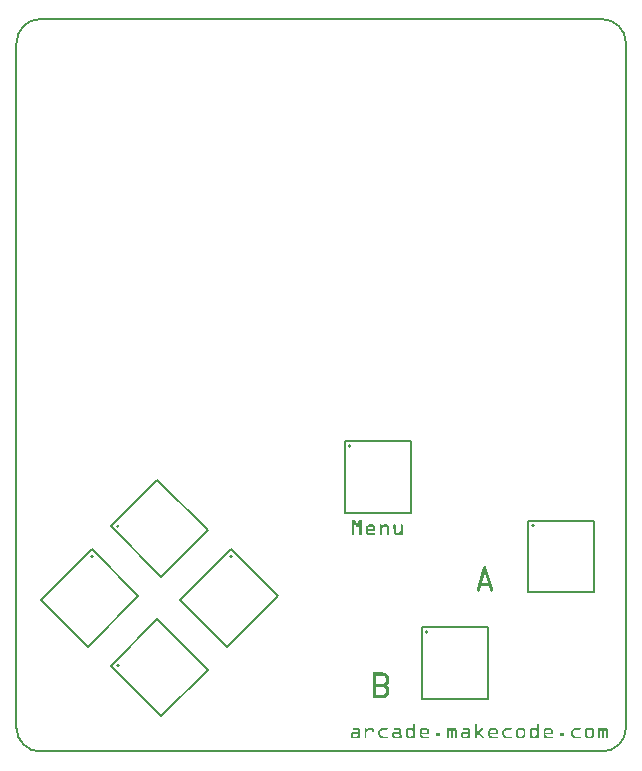
<source format=gto>
G04*
G04 #@! TF.GenerationSoftware,Altium Limited,Altium Designer,19.1.6 (110)*
G04*
G04 Layer_Color=65535*
%FSAX25Y25*%
%MOIN*%
G70*
G01*
G75*
%ADD10C,0.00787*%
%ADD11C,0.00500*%
G36*
X-0088095Y0072426D02*
Y0072418D01*
Y0072400D01*
X-0088103Y0072371D01*
X-0088110Y0072331D01*
X-0088124Y0072291D01*
X-0088143Y0072244D01*
X-0088172Y0072200D01*
X-0088212Y0072156D01*
X-0088215Y0072153D01*
X-0088234Y0072138D01*
X-0088256Y0072124D01*
X-0088288Y0072102D01*
X-0088328Y0072084D01*
X-0088376Y0072065D01*
X-0088427Y0072051D01*
X-0088485Y0072047D01*
X-0088492D01*
X-0088510Y0072051D01*
X-0088543Y0072054D01*
X-0088579Y0072062D01*
X-0088623Y0072073D01*
X-0088667Y0072095D01*
X-0088714Y0072120D01*
X-0088758Y0072156D01*
X-0088761Y0072160D01*
X-0088776Y0072178D01*
X-0088791Y0072200D01*
X-0088812Y0072233D01*
X-0088831Y0072273D01*
X-0088849Y0072317D01*
X-0088863Y0072371D01*
X-0088867Y0072426D01*
Y0076026D01*
X-0089333Y0075203D01*
Y0075058D01*
Y0075050D01*
Y0075032D01*
X-0089340Y0075003D01*
X-0089347Y0074967D01*
X-0089362Y0074923D01*
X-0089380Y0074879D01*
X-0089409Y0074832D01*
X-0089449Y0074788D01*
X-0089453Y0074784D01*
X-0089468Y0074770D01*
X-0089493Y0074752D01*
X-0089526Y0074734D01*
X-0089562Y0074712D01*
X-0089610Y0074694D01*
X-0089661Y0074679D01*
X-0089715Y0074675D01*
X-0089722D01*
X-0089741Y0074679D01*
X-0089773Y0074683D01*
X-0089810Y0074690D01*
X-0089853Y0074704D01*
X-0089897Y0074723D01*
X-0089944Y0074752D01*
X-0089988Y0074788D01*
X-0089992Y0074792D01*
X-0090006Y0074810D01*
X-0090021Y0074832D01*
X-0090043Y0074865D01*
X-0090061Y0074905D01*
X-0090079Y0074948D01*
X-0090094Y0075003D01*
X-0090097Y0075058D01*
Y0075188D01*
X-0090574Y0076040D01*
Y0072426D01*
Y0072418D01*
Y0072400D01*
X-0090581Y0072371D01*
X-0090589Y0072335D01*
X-0090603Y0072291D01*
X-0090622Y0072247D01*
X-0090651Y0072200D01*
X-0090687Y0072156D01*
X-0090691Y0072153D01*
X-0090705Y0072138D01*
X-0090731Y0072124D01*
X-0090763Y0072102D01*
X-0090803Y0072084D01*
X-0090847Y0072065D01*
X-0090898Y0072051D01*
X-0090956Y0072047D01*
X-0090964D01*
X-0090982Y0072051D01*
X-0091015Y0072054D01*
X-0091051Y0072062D01*
X-0091095Y0072076D01*
X-0091138Y0072095D01*
X-0091186Y0072124D01*
X-0091229Y0072160D01*
X-0091233Y0072164D01*
X-0091248Y0072182D01*
X-0091262Y0072204D01*
X-0091284Y0072237D01*
X-0091302Y0072273D01*
X-0091320Y0072320D01*
X-0091335Y0072371D01*
X-0091339Y0072426D01*
Y0077030D01*
X-0090432D01*
X-0089726Y0075938D01*
X-0088991Y0077030D01*
X-0088095D01*
Y0072426D01*
D02*
G37*
G36*
X-0079909Y0075713D02*
X-0079876Y0075709D01*
X-0079836Y0075702D01*
X-0079789Y0075695D01*
X-0079742Y0075680D01*
X-0079691Y0075665D01*
X-0079636Y0075647D01*
X-0079578Y0075625D01*
X-0079523Y0075600D01*
X-0079465Y0075567D01*
X-0079407Y0075527D01*
X-0079348Y0075487D01*
X-0079294Y0075436D01*
X-0079290Y0075432D01*
X-0079283Y0075425D01*
X-0079268Y0075407D01*
X-0079250Y0075385D01*
X-0079228Y0075360D01*
X-0079203Y0075327D01*
X-0079177Y0075287D01*
X-0079148Y0075247D01*
X-0079119Y0075196D01*
X-0079094Y0075145D01*
X-0079068Y0075087D01*
X-0079046Y0075028D01*
X-0079024Y0074963D01*
X-0079010Y0074894D01*
X-0078999Y0074825D01*
X-0078992Y0074748D01*
X-0078908Y0072429D01*
Y0072422D01*
Y0072404D01*
X-0078912Y0072375D01*
X-0078919Y0072338D01*
X-0078933Y0072295D01*
X-0078952Y0072251D01*
X-0078981Y0072204D01*
X-0079017Y0072160D01*
X-0079021Y0072156D01*
X-0079035Y0072142D01*
X-0079061Y0072124D01*
X-0079094Y0072105D01*
X-0079134Y0072084D01*
X-0079177Y0072065D01*
X-0079228Y0072051D01*
X-0079286Y0072047D01*
X-0079312D01*
X-0079341Y0072054D01*
X-0079378Y0072062D01*
X-0079418Y0072073D01*
X-0079461Y0072091D01*
X-0079509Y0072116D01*
X-0079552Y0072149D01*
X-0079556Y0072153D01*
X-0079570Y0072167D01*
X-0079589Y0072189D01*
X-0079611Y0072222D01*
X-0079629Y0072258D01*
X-0079650Y0072306D01*
X-0079661Y0072360D01*
X-0079669Y0072418D01*
X-0079760Y0074708D01*
Y0074712D01*
Y0074719D01*
X-0079763Y0074730D01*
Y0074748D01*
X-0079778Y0074788D01*
X-0079796Y0074832D01*
X-0079829Y0074879D01*
X-0079847Y0074897D01*
X-0079873Y0074915D01*
X-0079902Y0074934D01*
X-0079934Y0074945D01*
X-0079975Y0074952D01*
X-0080018Y0074956D01*
X-0080360D01*
X-0080389Y0074952D01*
X-0080422Y0074948D01*
X-0080459Y0074941D01*
X-0080539Y0074923D01*
X-0081372Y0074340D01*
Y0072429D01*
Y0072422D01*
Y0072404D01*
X-0081379Y0072375D01*
X-0081387Y0072338D01*
X-0081401Y0072295D01*
X-0081420Y0072251D01*
X-0081449Y0072204D01*
X-0081489Y0072160D01*
X-0081492Y0072156D01*
X-0081507Y0072142D01*
X-0081532Y0072124D01*
X-0081565Y0072105D01*
X-0081602Y0072084D01*
X-0081649Y0072065D01*
X-0081700Y0072051D01*
X-0081754Y0072047D01*
X-0081762D01*
X-0081780Y0072051D01*
X-0081813Y0072054D01*
X-0081849Y0072062D01*
X-0081893Y0072073D01*
X-0081936Y0072095D01*
X-0081984Y0072120D01*
X-0082027Y0072156D01*
X-0082031Y0072160D01*
X-0082046Y0072178D01*
X-0082060Y0072200D01*
X-0082082Y0072233D01*
X-0082100Y0072273D01*
X-0082118Y0072320D01*
X-0082133Y0072371D01*
X-0082137Y0072429D01*
Y0075331D01*
Y0075338D01*
X-0082133Y0075356D01*
X-0082129Y0075385D01*
X-0082122Y0075422D01*
X-0082111Y0075465D01*
X-0082089Y0075509D01*
X-0082064Y0075556D01*
X-0082027Y0075600D01*
X-0082024Y0075603D01*
X-0082009Y0075618D01*
X-0081984Y0075636D01*
X-0081951Y0075658D01*
X-0081911Y0075680D01*
X-0081867Y0075698D01*
X-0081813Y0075713D01*
X-0081754Y0075716D01*
X-0081729D01*
X-0081700Y0075709D01*
X-0081663Y0075702D01*
X-0081623Y0075687D01*
X-0081576Y0075669D01*
X-0081532Y0075640D01*
X-0081489Y0075600D01*
X-0081485Y0075596D01*
X-0081471Y0075578D01*
X-0081452Y0075556D01*
X-0081431Y0075523D01*
X-0081409Y0075483D01*
X-0081390Y0075436D01*
X-0081376Y0075385D01*
X-0081372Y0075331D01*
Y0075203D01*
X-0080921Y0075534D01*
X-0080917Y0075538D01*
X-0080906Y0075542D01*
X-0080892Y0075552D01*
X-0080870Y0075563D01*
X-0080844Y0075578D01*
X-0080812Y0075593D01*
X-0080775Y0075607D01*
X-0080732Y0075625D01*
X-0080684Y0075643D01*
X-0080633Y0075658D01*
X-0080579Y0075673D01*
X-0080520Y0075687D01*
X-0080397Y0075709D01*
X-0080328Y0075713D01*
X-0080258Y0075716D01*
X-0079934D01*
X-0079909Y0075713D01*
D02*
G37*
G36*
X-0074624Y0075709D02*
X-0074587Y0075702D01*
X-0074547Y0075687D01*
X-0074500Y0075669D01*
X-0074456Y0075640D01*
X-0074413Y0075600D01*
X-0074409Y0075596D01*
X-0074394Y0075578D01*
X-0074376Y0075556D01*
X-0074354Y0075523D01*
X-0074336Y0075483D01*
X-0074318Y0075436D01*
X-0074303Y0075385D01*
X-0074300Y0075331D01*
Y0072429D01*
Y0072422D01*
Y0072404D01*
X-0074307Y0072375D01*
X-0074314Y0072338D01*
X-0074329Y0072295D01*
X-0074347Y0072251D01*
X-0074376Y0072204D01*
X-0074416Y0072160D01*
X-0074420Y0072156D01*
X-0074434Y0072142D01*
X-0074460Y0072124D01*
X-0074493Y0072105D01*
X-0074529Y0072084D01*
X-0074576Y0072065D01*
X-0074627Y0072051D01*
X-0074682Y0072047D01*
X-0074689D01*
X-0074707Y0072051D01*
X-0074740Y0072054D01*
X-0074777Y0072062D01*
X-0074820Y0072073D01*
X-0074864Y0072095D01*
X-0074911Y0072120D01*
X-0074955Y0072156D01*
X-0074959Y0072160D01*
X-0074973Y0072178D01*
X-0074988Y0072200D01*
X-0075010Y0072233D01*
X-0075028Y0072273D01*
X-0075046Y0072320D01*
X-0075060Y0072371D01*
X-0075064Y0072429D01*
Y0072593D01*
X-0075479Y0072258D01*
X-0075483Y0072255D01*
X-0075494Y0072251D01*
X-0075512Y0072240D01*
X-0075537Y0072226D01*
X-0075566Y0072211D01*
X-0075603Y0072193D01*
X-0075643Y0072171D01*
X-0075687Y0072153D01*
X-0075738Y0072135D01*
X-0075788Y0072113D01*
X-0075901Y0072080D01*
X-0075963Y0072065D01*
X-0076025Y0072058D01*
X-0076087Y0072051D01*
X-0076152Y0072047D01*
X-0076451D01*
X-0076473Y0072051D01*
X-0076502D01*
X-0076535Y0072054D01*
X-0076578Y0072062D01*
X-0076622Y0072069D01*
X-0076673Y0072084D01*
X-0076728Y0072098D01*
X-0076782Y0072116D01*
X-0076840Y0072138D01*
X-0076899Y0072167D01*
X-0076961Y0072196D01*
X-0077019Y0072237D01*
X-0077077Y0072277D01*
X-0077132Y0072328D01*
X-0077135Y0072331D01*
X-0077143Y0072342D01*
X-0077157Y0072357D01*
X-0077175Y0072378D01*
X-0077197Y0072408D01*
X-0077223Y0072440D01*
X-0077252Y0072477D01*
X-0077277Y0072520D01*
X-0077306Y0072568D01*
X-0077332Y0072619D01*
X-0077357Y0072677D01*
X-0077383Y0072739D01*
X-0077401Y0072801D01*
X-0077419Y0072870D01*
X-0077430Y0072943D01*
X-0077437Y0073015D01*
X-0077528Y0075320D01*
Y0075323D01*
Y0075327D01*
Y0075345D01*
X-0077525Y0075374D01*
X-0077517Y0075414D01*
X-0077507Y0075454D01*
X-0077488Y0075502D01*
X-0077459Y0075549D01*
X-0077423Y0075593D01*
X-0077419Y0075596D01*
X-0077401Y0075611D01*
X-0077379Y0075629D01*
X-0077346Y0075651D01*
X-0077306Y0075673D01*
X-0077259Y0075691D01*
X-0077204Y0075705D01*
X-0077146Y0075709D01*
X-0077121D01*
X-0077092Y0075702D01*
X-0077055Y0075695D01*
X-0077015Y0075680D01*
X-0076972Y0075662D01*
X-0076928Y0075633D01*
X-0076884Y0075593D01*
X-0076881Y0075589D01*
X-0076866Y0075574D01*
X-0076848Y0075549D01*
X-0076826Y0075520D01*
X-0076808Y0075480D01*
X-0076786Y0075436D01*
X-0076775Y0075389D01*
X-0076768Y0075338D01*
X-0076684Y0073070D01*
Y0073066D01*
Y0073059D01*
X-0076680Y0073048D01*
X-0076677Y0073030D01*
X-0076666Y0072990D01*
X-0076644Y0072943D01*
X-0076626Y0072921D01*
X-0076608Y0072895D01*
X-0076582Y0072874D01*
X-0076553Y0072855D01*
X-0076520Y0072837D01*
X-0076480Y0072826D01*
X-0076436Y0072819D01*
X-0076385Y0072815D01*
X-0076036D01*
X-0075064Y0073434D01*
Y0075331D01*
Y0075338D01*
X-0075060Y0075356D01*
X-0075057Y0075385D01*
X-0075050Y0075422D01*
X-0075039Y0075465D01*
X-0075017Y0075509D01*
X-0074991Y0075556D01*
X-0074955Y0075600D01*
X-0074951Y0075603D01*
X-0074937Y0075618D01*
X-0074911Y0075636D01*
X-0074879Y0075658D01*
X-0074838Y0075680D01*
X-0074795Y0075698D01*
X-0074740Y0075713D01*
X-0074682Y0075716D01*
X-0074656D01*
X-0074624Y0075709D01*
D02*
G37*
G36*
X-0084630Y0075705D02*
X-0084605Y0075702D01*
X-0084575Y0075698D01*
X-0084535Y0075691D01*
X-0084495Y0075680D01*
X-0084448Y0075665D01*
X-0084397Y0075643D01*
X-0084342Y0075622D01*
X-0084288Y0075593D01*
X-0084226Y0075556D01*
X-0084168Y0075516D01*
X-0084106Y0075469D01*
X-0084040Y0075411D01*
X-0083978Y0075349D01*
X-0083756Y0075181D01*
X-0083753Y0075178D01*
X-0083745Y0075170D01*
X-0083735Y0075156D01*
X-0083716Y0075138D01*
X-0083698Y0075116D01*
X-0083676Y0075087D01*
X-0083651Y0075050D01*
X-0083629Y0075010D01*
X-0083604Y0074963D01*
X-0083582Y0074912D01*
X-0083560Y0074854D01*
X-0083542Y0074792D01*
X-0083523Y0074726D01*
X-0083513Y0074650D01*
X-0083505Y0074570D01*
X-0083502Y0074486D01*
Y0073747D01*
Y0073740D01*
Y0073722D01*
X-0083509Y0073693D01*
X-0083516Y0073656D01*
X-0083531Y0073612D01*
X-0083549Y0073569D01*
X-0083578Y0073521D01*
X-0083618Y0073478D01*
X-0083622Y0073474D01*
X-0083636Y0073460D01*
X-0083662Y0073441D01*
X-0083695Y0073423D01*
X-0083731Y0073401D01*
X-0083778Y0073383D01*
X-0083829Y0073369D01*
X-0083884Y0073365D01*
X-0085966D01*
Y0073263D01*
Y0073256D01*
X-0085962Y0073241D01*
X-0085959Y0073216D01*
X-0085948Y0073186D01*
X-0085933Y0073146D01*
X-0085911Y0073106D01*
X-0085879Y0073063D01*
X-0085835Y0073019D01*
X-0085671Y0072892D01*
X-0085667Y0072888D01*
X-0085653Y0072877D01*
X-0085631Y0072866D01*
X-0085602Y0072852D01*
X-0085569Y0072833D01*
X-0085533Y0072822D01*
X-0085496Y0072812D01*
X-0085456Y0072808D01*
X-0083858D01*
X-0083829Y0072801D01*
X-0083793Y0072793D01*
X-0083753Y0072779D01*
X-0083706Y0072761D01*
X-0083662Y0072732D01*
X-0083618Y0072695D01*
X-0083614Y0072692D01*
X-0083600Y0072677D01*
X-0083582Y0072651D01*
X-0083560Y0072619D01*
X-0083538Y0072582D01*
X-0083520Y0072535D01*
X-0083505Y0072484D01*
X-0083502Y0072429D01*
Y0072422D01*
Y0072404D01*
X-0083509Y0072375D01*
X-0083516Y0072338D01*
X-0083531Y0072295D01*
X-0083549Y0072251D01*
X-0083578Y0072204D01*
X-0083618Y0072160D01*
X-0083622Y0072156D01*
X-0083640Y0072142D01*
X-0083662Y0072124D01*
X-0083695Y0072105D01*
X-0083735Y0072084D01*
X-0083778Y0072065D01*
X-0083829Y0072051D01*
X-0083884Y0072047D01*
X-0085526D01*
X-0085562Y0072051D01*
X-0085609Y0072054D01*
X-0085664Y0072065D01*
X-0085726Y0072076D01*
X-0085791Y0072095D01*
X-0085864Y0072116D01*
X-0085868D01*
X-0085871Y0072120D01*
X-0085893Y0072131D01*
X-0085930Y0072145D01*
X-0085970Y0072164D01*
X-0086017Y0072185D01*
X-0086061Y0072211D01*
X-0086104Y0072240D01*
X-0086144Y0072269D01*
X-0086425Y0072520D01*
X-0086432Y0072524D01*
X-0086446Y0072539D01*
X-0086472Y0072564D01*
X-0086501Y0072597D01*
X-0086537Y0072637D01*
X-0086574Y0072688D01*
X-0086610Y0072750D01*
X-0086647Y0072819D01*
Y0072822D01*
X-0086650Y0072826D01*
X-0086654Y0072837D01*
X-0086661Y0072852D01*
X-0086676Y0072892D01*
X-0086690Y0072939D01*
X-0086708Y0072997D01*
X-0086723Y0073059D01*
X-0086734Y0073125D01*
X-0086738Y0073190D01*
Y0074592D01*
Y0074599D01*
Y0074617D01*
X-0086734Y0074646D01*
X-0086727Y0074686D01*
X-0086712Y0074737D01*
X-0086698Y0074799D01*
X-0086672Y0074868D01*
X-0086639Y0074945D01*
Y0074948D01*
X-0086636Y0074956D01*
X-0086628Y0074967D01*
X-0086621Y0074981D01*
X-0086599Y0075021D01*
X-0086570Y0075068D01*
X-0086534Y0075123D01*
X-0086490Y0075181D01*
X-0086439Y0075236D01*
X-0086384Y0075287D01*
X-0086122Y0075491D01*
X-0086119Y0075494D01*
X-0086111Y0075502D01*
X-0086097Y0075512D01*
X-0086075Y0075523D01*
X-0086050Y0075542D01*
X-0086020Y0075560D01*
X-0085988Y0075578D01*
X-0085948Y0075600D01*
X-0085904Y0075622D01*
X-0085860Y0075640D01*
X-0085758Y0075676D01*
X-0085704Y0075687D01*
X-0085646Y0075698D01*
X-0085587Y0075705D01*
X-0085526Y0075709D01*
X-0084652D01*
X-0084630Y0075705D01*
D02*
G37*
G36*
X-0080990Y0026335D02*
X-0080927Y0026329D01*
X-0080850Y0026322D01*
X-0080761Y0026310D01*
X-0080659Y0026291D01*
X-0080551Y0026259D01*
X-0080436Y0026227D01*
X-0080309Y0026182D01*
X-0080181Y0026131D01*
X-0080054Y0026068D01*
X-0079920Y0025997D01*
X-0079793Y0025908D01*
X-0079665Y0025813D01*
X-0079544Y0025698D01*
X-0079538Y0025692D01*
X-0079519Y0025666D01*
X-0079487Y0025634D01*
X-0079442Y0025583D01*
X-0079398Y0025520D01*
X-0079340Y0025450D01*
X-0079283Y0025361D01*
X-0079219Y0025265D01*
X-0079162Y0025157D01*
X-0079105Y0025042D01*
X-0079047Y0024915D01*
X-0079003Y0024775D01*
X-0078958Y0024634D01*
X-0078926Y0024481D01*
X-0078907Y0024316D01*
X-0078901Y0024150D01*
Y0023685D01*
Y0023673D01*
Y0023641D01*
X-0078907Y0023590D01*
X-0078914Y0023526D01*
X-0078926Y0023443D01*
X-0078939Y0023348D01*
X-0078965Y0023239D01*
X-0078996Y0023118D01*
X-0079035Y0022991D01*
X-0079086Y0022863D01*
X-0079143Y0022723D01*
X-0079213Y0022583D01*
X-0079302Y0022449D01*
X-0079398Y0022309D01*
X-0079513Y0022175D01*
X-0079646Y0022042D01*
X-0079640Y0022035D01*
X-0079614Y0022010D01*
X-0079576Y0021972D01*
X-0079532Y0021921D01*
X-0079474Y0021851D01*
X-0079410Y0021768D01*
X-0079340Y0021679D01*
X-0079270Y0021570D01*
X-0079207Y0021456D01*
X-0079137Y0021328D01*
X-0079073Y0021194D01*
X-0079016Y0021048D01*
X-0078971Y0020895D01*
X-0078933Y0020736D01*
X-0078907Y0020564D01*
X-0078901Y0020392D01*
Y0019908D01*
Y0019895D01*
Y0019870D01*
X-0078907Y0019819D01*
X-0078914Y0019755D01*
X-0078920Y0019679D01*
X-0078933Y0019589D01*
X-0078952Y0019487D01*
X-0078984Y0019373D01*
X-0079016Y0019258D01*
X-0079060Y0019131D01*
X-0079111Y0019003D01*
X-0079175Y0018876D01*
X-0079245Y0018742D01*
X-0079334Y0018608D01*
X-0079430Y0018481D01*
X-0079544Y0018360D01*
X-0079551Y0018353D01*
X-0079576Y0018334D01*
X-0079608Y0018303D01*
X-0079659Y0018258D01*
X-0079716Y0018213D01*
X-0079793Y0018156D01*
X-0079875Y0018099D01*
X-0079978Y0018041D01*
X-0080079Y0017978D01*
X-0080200Y0017920D01*
X-0080328Y0017863D01*
X-0080462Y0017818D01*
X-0080602Y0017774D01*
X-0080755Y0017742D01*
X-0080914Y0017723D01*
X-0081080Y0017717D01*
X-0084424D01*
Y0026342D01*
X-0081041D01*
X-0080990Y0026335D01*
D02*
G37*
G36*
X-0046924Y0061912D02*
X-0046854Y0061899D01*
X-0046771Y0061874D01*
X-0046689Y0061835D01*
X-0046606Y0061772D01*
X-0046568Y0061734D01*
X-0046536Y0061689D01*
X-0046504Y0061638D01*
X-0046485Y0061574D01*
X-0044306Y0054000D01*
Y0053994D01*
X-0044300Y0053988D01*
X-0044293Y0053949D01*
X-0044287Y0053892D01*
X-0044281Y0053835D01*
Y0053822D01*
Y0053796D01*
X-0044287Y0053752D01*
X-0044300Y0053701D01*
X-0044319Y0053637D01*
X-0044351Y0053574D01*
X-0044389Y0053510D01*
X-0044440Y0053446D01*
X-0044446Y0053440D01*
X-0044466Y0053421D01*
X-0044497Y0053395D01*
X-0044542Y0053370D01*
X-0044593Y0053344D01*
X-0044650Y0053319D01*
X-0044720Y0053300D01*
X-0044790Y0053293D01*
X-0044829D01*
X-0044860Y0053300D01*
X-0044930Y0053312D01*
X-0045020Y0053344D01*
X-0045115Y0053389D01*
X-0045160Y0053421D01*
X-0045204Y0053459D01*
X-0045243Y0053503D01*
X-0045281Y0053561D01*
X-0045313Y0053618D01*
X-0045338Y0053688D01*
X-0045778Y0055166D01*
X-0048268D01*
X-0048746Y0053580D01*
Y0053574D01*
X-0048752Y0053561D01*
X-0048759Y0053542D01*
X-0048772Y0053516D01*
X-0048797Y0053484D01*
X-0048823Y0053452D01*
X-0048861Y0053421D01*
X-0048912Y0053382D01*
X-0048918Y0053376D01*
X-0048937Y0053370D01*
X-0048963Y0053357D01*
X-0049001Y0053338D01*
X-0049052Y0053319D01*
X-0049103Y0053306D01*
X-0049160Y0053300D01*
X-0049224Y0053293D01*
X-0049262D01*
X-0049307Y0053300D01*
X-0049364Y0053312D01*
X-0049428Y0053331D01*
X-0049491Y0053363D01*
X-0049555Y0053401D01*
X-0049619Y0053452D01*
X-0049625Y0053459D01*
X-0049644Y0053484D01*
X-0049670Y0053516D01*
X-0049695Y0053561D01*
X-0049721Y0053618D01*
X-0049746Y0053688D01*
X-0049765Y0053765D01*
X-0049772Y0053847D01*
Y0053854D01*
Y0053866D01*
Y0053886D01*
X-0049765Y0053911D01*
X-0049759Y0053975D01*
X-0049740Y0054051D01*
X-0047536Y0061510D01*
Y0061517D01*
X-0047529Y0061530D01*
X-0047523Y0061549D01*
X-0047510Y0061574D01*
X-0047472Y0061638D01*
X-0047415Y0061714D01*
X-0047345Y0061791D01*
X-0047249Y0061854D01*
X-0047192Y0061880D01*
X-0047128Y0061899D01*
X-0047064Y0061912D01*
X-0046988Y0061918D01*
X-0046950D01*
X-0046924Y0061912D01*
D02*
G37*
G36*
X-0006665Y0007913D02*
X-0006640Y0007909D01*
X-0006611Y0007905D01*
X-0006542Y0007891D01*
X-0006462Y0007865D01*
X-0006422Y0007851D01*
X-0006378Y0007829D01*
X-0006334Y0007803D01*
X-0006294Y0007778D01*
X-0006250Y0007745D01*
X-0006210Y0007709D01*
X-0006207Y0007705D01*
X-0006199Y0007698D01*
X-0006189Y0007687D01*
X-0006178Y0007672D01*
X-0006160Y0007650D01*
X-0006141Y0007628D01*
X-0006123Y0007599D01*
X-0006101Y0007567D01*
X-0006079Y0007530D01*
X-0006061Y0007494D01*
X-0006021Y0007403D01*
X-0005996Y0007301D01*
X-0005985Y0007246D01*
X-0005981Y0007188D01*
X-0005894Y0004640D01*
Y0004633D01*
Y0004618D01*
X-0005897Y0004596D01*
X-0005905Y0004564D01*
X-0005916Y0004531D01*
X-0005934Y0004495D01*
X-0005956Y0004458D01*
X-0005988Y0004422D01*
X-0005992Y0004418D01*
X-0006003Y0004407D01*
X-0006025Y0004393D01*
X-0006050Y0004378D01*
X-0006079Y0004360D01*
X-0006116Y0004345D01*
X-0006160Y0004334D01*
X-0006203Y0004331D01*
X-0006225D01*
X-0006250Y0004334D01*
X-0006280Y0004342D01*
X-0006316Y0004352D01*
X-0006352Y0004371D01*
X-0006392Y0004393D01*
X-0006429Y0004422D01*
X-0006432Y0004425D01*
X-0006443Y0004436D01*
X-0006458Y0004458D01*
X-0006476Y0004484D01*
X-0006491Y0004516D01*
X-0006505Y0004553D01*
X-0006520Y0004593D01*
X-0006523Y0004640D01*
X-0006596Y0007086D01*
Y0007090D01*
Y0007094D01*
X-0006600Y0007119D01*
X-0006604Y0007148D01*
X-0006615Y0007188D01*
X-0006629Y0007225D01*
X-0006651Y0007254D01*
X-0006680Y0007279D01*
X-0006698Y0007283D01*
X-0006720Y0007286D01*
X-0006731D01*
X-0006742Y0007283D01*
X-0006760Y0007279D01*
X-0006778Y0007272D01*
X-0006800Y0007265D01*
X-0006826Y0007250D01*
X-0006851Y0007232D01*
X-0007222Y0006919D01*
Y0004640D01*
Y0004633D01*
Y0004618D01*
X-0007226Y0004596D01*
X-0007233Y0004567D01*
X-0007244Y0004531D01*
X-0007262Y0004495D01*
X-0007284Y0004458D01*
X-0007313Y0004425D01*
X-0007317Y0004422D01*
X-0007328Y0004411D01*
X-0007350Y0004396D01*
X-0007375Y0004382D01*
X-0007408Y0004367D01*
X-0007444Y0004352D01*
X-0007484Y0004342D01*
X-0007532Y0004338D01*
X-0007554D01*
X-0007575Y0004342D01*
X-0007608Y0004349D01*
X-0007641Y0004360D01*
X-0007677Y0004378D01*
X-0007717Y0004400D01*
X-0007754Y0004429D01*
X-0007757Y0004433D01*
X-0007768Y0004443D01*
X-0007783Y0004465D01*
X-0007797Y0004491D01*
X-0007816Y0004524D01*
X-0007830Y0004560D01*
X-0007841Y0004600D01*
X-0007845Y0004647D01*
Y0007126D01*
Y0007130D01*
Y0007134D01*
X-0007848Y0007152D01*
X-0007852Y0007177D01*
X-0007863Y0007206D01*
X-0007878Y0007235D01*
X-0007903Y0007261D01*
X-0007936Y0007279D01*
X-0007958Y0007286D01*
X-0007994D01*
X-0008005Y0007283D01*
X-0008023Y0007279D01*
X-0008060Y0007268D01*
X-0008081Y0007254D01*
X-0008103Y0007239D01*
X-0008555Y0006860D01*
Y0004640D01*
Y0004633D01*
Y0004618D01*
X-0008558Y0004596D01*
X-0008565Y0004564D01*
X-0008576Y0004531D01*
X-0008595Y0004495D01*
X-0008617Y0004458D01*
X-0008646Y0004422D01*
X-0008649Y0004418D01*
X-0008660Y0004407D01*
X-0008678Y0004393D01*
X-0008704Y0004378D01*
X-0008737Y0004360D01*
X-0008773Y0004345D01*
X-0008813Y0004334D01*
X-0008857Y0004331D01*
X-0008879D01*
X-0008904Y0004334D01*
X-0008933Y0004342D01*
X-0008970Y0004352D01*
X-0009006Y0004371D01*
X-0009046Y0004393D01*
X-0009082Y0004422D01*
X-0009086Y0004425D01*
X-0009097Y0004436D01*
X-0009111Y0004458D01*
X-0009130Y0004484D01*
X-0009148Y0004516D01*
X-0009162Y0004553D01*
X-0009173Y0004593D01*
X-0009177Y0004640D01*
Y0007599D01*
Y0007607D01*
Y0007621D01*
X-0009173Y0007643D01*
X-0009166Y0007676D01*
X-0009155Y0007709D01*
X-0009137Y0007745D01*
X-0009115Y0007781D01*
X-0009086Y0007818D01*
X-0009082Y0007822D01*
X-0009068Y0007832D01*
X-0009050Y0007847D01*
X-0009024Y0007865D01*
X-0008991Y0007880D01*
X-0008955Y0007894D01*
X-0008911Y0007905D01*
X-0008864Y0007909D01*
X-0008842D01*
X-0008824Y0007905D01*
X-0008784Y0007898D01*
X-0008737Y0007880D01*
X-0008686Y0007851D01*
X-0008660Y0007832D01*
X-0008635Y0007811D01*
X-0008613Y0007781D01*
X-0008591Y0007749D01*
X-0008576Y0007712D01*
X-0008562Y0007672D01*
X-0008558Y0007676D01*
X-0008551Y0007683D01*
X-0008536Y0007694D01*
X-0008515Y0007712D01*
X-0008493Y0007730D01*
X-0008464Y0007749D01*
X-0008427Y0007771D01*
X-0008391Y0007796D01*
X-0008351Y0007818D01*
X-0008307Y0007840D01*
X-0008209Y0007880D01*
X-0008154Y0007894D01*
X-0008100Y0007905D01*
X-0008041Y0007913D01*
X-0007983Y0007916D01*
X-0007965D01*
X-0007947Y0007913D01*
X-0007921D01*
X-0007888Y0007905D01*
X-0007852Y0007898D01*
X-0007808Y0007891D01*
X-0007765Y0007876D01*
X-0007717Y0007862D01*
X-0007666Y0007840D01*
X-0007615Y0007814D01*
X-0007564Y0007781D01*
X-0007514Y0007745D01*
X-0007463Y0007705D01*
X-0007412Y0007654D01*
X-0007364Y0007599D01*
X-0007361Y0007603D01*
X-0007350Y0007614D01*
X-0007335Y0007628D01*
X-0007313Y0007650D01*
X-0007284Y0007672D01*
X-0007252Y0007701D01*
X-0007215Y0007727D01*
X-0007171Y0007760D01*
X-0007124Y0007789D01*
X-0007077Y0007818D01*
X-0007022Y0007843D01*
X-0006964Y0007865D01*
X-0006906Y0007887D01*
X-0006844Y0007902D01*
X-0006778Y0007913D01*
X-0006713Y0007916D01*
X-0006684D01*
X-0006665Y0007913D01*
D02*
G37*
G36*
X-0057156D02*
X-0057130Y0007909D01*
X-0057101Y0007905D01*
X-0057032Y0007891D01*
X-0056952Y0007865D01*
X-0056912Y0007851D01*
X-0056868Y0007829D01*
X-0056825Y0007803D01*
X-0056785Y0007778D01*
X-0056741Y0007745D01*
X-0056701Y0007709D01*
X-0056697Y0007705D01*
X-0056690Y0007698D01*
X-0056679Y0007687D01*
X-0056668Y0007672D01*
X-0056650Y0007650D01*
X-0056632Y0007628D01*
X-0056613Y0007599D01*
X-0056592Y0007567D01*
X-0056570Y0007530D01*
X-0056552Y0007494D01*
X-0056512Y0007403D01*
X-0056486Y0007301D01*
X-0056475Y0007246D01*
X-0056472Y0007188D01*
X-0056384Y0004640D01*
Y0004633D01*
Y0004618D01*
X-0056388Y0004596D01*
X-0056395Y0004564D01*
X-0056406Y0004531D01*
X-0056424Y0004495D01*
X-0056446Y0004458D01*
X-0056479Y0004422D01*
X-0056482Y0004418D01*
X-0056493Y0004407D01*
X-0056515Y0004393D01*
X-0056541Y0004378D01*
X-0056570Y0004360D01*
X-0056606Y0004345D01*
X-0056650Y0004334D01*
X-0056694Y0004331D01*
X-0056715D01*
X-0056741Y0004334D01*
X-0056770Y0004342D01*
X-0056806Y0004352D01*
X-0056843Y0004371D01*
X-0056883Y0004393D01*
X-0056919Y0004422D01*
X-0056923Y0004425D01*
X-0056934Y0004436D01*
X-0056948Y0004458D01*
X-0056967Y0004484D01*
X-0056981Y0004516D01*
X-0056996Y0004553D01*
X-0057010Y0004593D01*
X-0057014Y0004640D01*
X-0057087Y0007086D01*
Y0007090D01*
Y0007094D01*
X-0057090Y0007119D01*
X-0057094Y0007148D01*
X-0057105Y0007188D01*
X-0057120Y0007225D01*
X-0057141Y0007254D01*
X-0057170Y0007279D01*
X-0057189Y0007283D01*
X-0057210Y0007286D01*
X-0057221D01*
X-0057232Y0007283D01*
X-0057250Y0007279D01*
X-0057269Y0007272D01*
X-0057291Y0007265D01*
X-0057316Y0007250D01*
X-0057341Y0007232D01*
X-0057713Y0006919D01*
Y0004640D01*
Y0004633D01*
Y0004618D01*
X-0057716Y0004596D01*
X-0057724Y0004567D01*
X-0057735Y0004531D01*
X-0057753Y0004495D01*
X-0057775Y0004458D01*
X-0057804Y0004425D01*
X-0057807Y0004422D01*
X-0057818Y0004411D01*
X-0057840Y0004396D01*
X-0057866Y0004382D01*
X-0057898Y0004367D01*
X-0057935Y0004352D01*
X-0057975Y0004342D01*
X-0058022Y0004338D01*
X-0058044D01*
X-0058066Y0004342D01*
X-0058099Y0004349D01*
X-0058131Y0004360D01*
X-0058168Y0004378D01*
X-0058208Y0004400D01*
X-0058244Y0004429D01*
X-0058248Y0004433D01*
X-0058259Y0004443D01*
X-0058273Y0004465D01*
X-0058288Y0004491D01*
X-0058306Y0004524D01*
X-0058321Y0004560D01*
X-0058332Y0004600D01*
X-0058335Y0004647D01*
Y0007126D01*
Y0007130D01*
Y0007134D01*
X-0058339Y0007152D01*
X-0058342Y0007177D01*
X-0058353Y0007206D01*
X-0058368Y0007235D01*
X-0058394Y0007261D01*
X-0058426Y0007279D01*
X-0058448Y0007286D01*
X-0058485D01*
X-0058495Y0007283D01*
X-0058514Y0007279D01*
X-0058550Y0007268D01*
X-0058572Y0007254D01*
X-0058594Y0007239D01*
X-0059045Y0006860D01*
Y0004640D01*
Y0004633D01*
Y0004618D01*
X-0059049Y0004596D01*
X-0059056Y0004564D01*
X-0059067Y0004531D01*
X-0059085Y0004495D01*
X-0059107Y0004458D01*
X-0059136Y0004422D01*
X-0059140Y0004418D01*
X-0059151Y0004407D01*
X-0059169Y0004393D01*
X-0059194Y0004378D01*
X-0059227Y0004360D01*
X-0059263Y0004345D01*
X-0059303Y0004334D01*
X-0059347Y0004331D01*
X-0059369D01*
X-0059395Y0004334D01*
X-0059424Y0004342D01*
X-0059460Y0004352D01*
X-0059496Y0004371D01*
X-0059536Y0004393D01*
X-0059573Y0004422D01*
X-0059576Y0004425D01*
X-0059587Y0004436D01*
X-0059602Y0004458D01*
X-0059620Y0004484D01*
X-0059638Y0004516D01*
X-0059653Y0004553D01*
X-0059664Y0004593D01*
X-0059667Y0004640D01*
Y0007599D01*
Y0007607D01*
Y0007621D01*
X-0059664Y0007643D01*
X-0059657Y0007676D01*
X-0059646Y0007709D01*
X-0059627Y0007745D01*
X-0059606Y0007781D01*
X-0059576Y0007818D01*
X-0059573Y0007822D01*
X-0059558Y0007832D01*
X-0059540Y0007847D01*
X-0059515Y0007865D01*
X-0059482Y0007880D01*
X-0059445Y0007894D01*
X-0059402Y0007905D01*
X-0059354Y0007909D01*
X-0059333D01*
X-0059314Y0007905D01*
X-0059274Y0007898D01*
X-0059227Y0007880D01*
X-0059176Y0007851D01*
X-0059151Y0007832D01*
X-0059125Y0007811D01*
X-0059103Y0007781D01*
X-0059081Y0007749D01*
X-0059067Y0007712D01*
X-0059052Y0007672D01*
X-0059049Y0007676D01*
X-0059041Y0007683D01*
X-0059027Y0007694D01*
X-0059005Y0007712D01*
X-0058983Y0007730D01*
X-0058954Y0007749D01*
X-0058918Y0007771D01*
X-0058881Y0007796D01*
X-0058841Y0007818D01*
X-0058798Y0007840D01*
X-0058699Y0007880D01*
X-0058645Y0007894D01*
X-0058590Y0007905D01*
X-0058532Y0007913D01*
X-0058474Y0007916D01*
X-0058455D01*
X-0058437Y0007913D01*
X-0058412D01*
X-0058379Y0007905D01*
X-0058342Y0007898D01*
X-0058299Y0007891D01*
X-0058255Y0007876D01*
X-0058208Y0007862D01*
X-0058157Y0007840D01*
X-0058106Y0007814D01*
X-0058055Y0007781D01*
X-0058004Y0007745D01*
X-0057953Y0007705D01*
X-0057902Y0007654D01*
X-0057855Y0007599D01*
X-0057851Y0007603D01*
X-0057840Y0007614D01*
X-0057826Y0007628D01*
X-0057804Y0007650D01*
X-0057775Y0007672D01*
X-0057742Y0007701D01*
X-0057705Y0007727D01*
X-0057662Y0007760D01*
X-0057614Y0007789D01*
X-0057567Y0007818D01*
X-0057513Y0007843D01*
X-0057454Y0007865D01*
X-0057396Y0007887D01*
X-0057334Y0007902D01*
X-0057269Y0007913D01*
X-0057203Y0007916D01*
X-0057174D01*
X-0057156Y0007913D01*
D02*
G37*
G36*
X-0029190Y0009256D02*
X-0029161Y0009248D01*
X-0029124Y0009237D01*
X-0029088Y0009219D01*
X-0029048Y0009197D01*
X-0029011Y0009168D01*
X-0029008Y0009165D01*
X-0028997Y0009154D01*
X-0028982Y0009136D01*
X-0028964Y0009110D01*
X-0028946Y0009077D01*
X-0028931Y0009041D01*
X-0028920Y0008997D01*
X-0028917Y0008950D01*
Y0004640D01*
Y0004633D01*
Y0004618D01*
X-0028920Y0004593D01*
X-0028928Y0004564D01*
X-0028939Y0004527D01*
X-0028957Y0004491D01*
X-0028979Y0004454D01*
X-0029011Y0004418D01*
X-0029015Y0004414D01*
X-0029026Y0004403D01*
X-0029048Y0004389D01*
X-0029073Y0004374D01*
X-0029106Y0004360D01*
X-0029142Y0004345D01*
X-0029182Y0004334D01*
X-0029230Y0004331D01*
X-0029252D01*
X-0029277Y0004334D01*
X-0029306Y0004342D01*
X-0029343Y0004352D01*
X-0029379Y0004367D01*
X-0029415Y0004389D01*
X-0029452Y0004418D01*
X-0029456Y0004422D01*
X-0029466Y0004436D01*
X-0029481Y0004454D01*
X-0029495Y0004480D01*
X-0029510Y0004513D01*
X-0029525Y0004549D01*
X-0029536Y0004593D01*
X-0029539Y0004640D01*
Y0004778D01*
X-0029543Y0004775D01*
X-0029561Y0004760D01*
X-0029583Y0004738D01*
X-0029616Y0004709D01*
X-0029659Y0004676D01*
X-0029707Y0004637D01*
X-0029758Y0004596D01*
X-0029820Y0004556D01*
X-0029881Y0004513D01*
X-0029950Y0004473D01*
X-0030020Y0004436D01*
X-0030092Y0004400D01*
X-0030169Y0004371D01*
X-0030245Y0004349D01*
X-0030318Y0004334D01*
X-0030395Y0004331D01*
X-0030941D01*
X-0030959Y0004334D01*
X-0030981D01*
X-0031010Y0004338D01*
X-0031043Y0004345D01*
X-0031083Y0004352D01*
X-0031123Y0004363D01*
X-0031170Y0004378D01*
X-0031221Y0004396D01*
X-0031272Y0004418D01*
X-0031326Y0004447D01*
X-0031385Y0004476D01*
X-0031443Y0004513D01*
X-0031505Y0004556D01*
X-0031563Y0004604D01*
X-0031822Y0004822D01*
X-0031825Y0004826D01*
X-0031836Y0004840D01*
X-0031854Y0004862D01*
X-0031876Y0004891D01*
X-0031902Y0004931D01*
X-0031931Y0004979D01*
X-0031963Y0005040D01*
X-0031993Y0005110D01*
Y0005113D01*
X-0031996Y0005117D01*
X-0032000Y0005128D01*
X-0032004Y0005142D01*
X-0032018Y0005183D01*
X-0032033Y0005233D01*
X-0032047Y0005288D01*
X-0032062Y0005353D01*
X-0032069Y0005419D01*
X-0032073Y0005485D01*
Y0006751D01*
Y0006755D01*
Y0006762D01*
Y0006773D01*
Y0006788D01*
X-0032069Y0006828D01*
X-0032062Y0006882D01*
X-0032051Y0006944D01*
X-0032036Y0007013D01*
X-0032014Y0007086D01*
X-0031985Y0007159D01*
Y0007163D01*
X-0031982Y0007166D01*
X-0031974Y0007177D01*
X-0031971Y0007192D01*
X-0031949Y0007228D01*
X-0031923Y0007272D01*
X-0031894Y0007319D01*
X-0031858Y0007370D01*
X-0031818Y0007417D01*
X-0031774Y0007461D01*
X-0031519Y0007679D01*
X-0031516Y0007683D01*
X-0031508Y0007690D01*
X-0031490Y0007701D01*
X-0031468Y0007716D01*
X-0031443Y0007734D01*
X-0031414Y0007756D01*
X-0031377Y0007774D01*
X-0031334Y0007800D01*
X-0031290Y0007822D01*
X-0031239Y0007840D01*
X-0031185Y0007862D01*
X-0031130Y0007880D01*
X-0031068Y0007894D01*
X-0031006Y0007905D01*
X-0030941Y0007913D01*
X-0030871Y0007916D01*
X-0030387D01*
X-0030362Y0007913D01*
X-0030329Y0007909D01*
X-0030293Y0007902D01*
X-0030249Y0007894D01*
X-0030202Y0007883D01*
X-0030151Y0007869D01*
X-0030100Y0007854D01*
X-0030042Y0007832D01*
X-0029987Y0007807D01*
X-0029929Y0007778D01*
X-0029870Y0007741D01*
X-0029812Y0007705D01*
X-0029754Y0007658D01*
X-0029539Y0007476D01*
Y0008950D01*
Y0008957D01*
Y0008972D01*
X-0029536Y0008997D01*
X-0029528Y0009026D01*
X-0029517Y0009063D01*
X-0029503Y0009099D01*
X-0029481Y0009136D01*
X-0029452Y0009168D01*
X-0029448Y0009172D01*
X-0029437Y0009183D01*
X-0029415Y0009197D01*
X-0029390Y0009216D01*
X-0029361Y0009230D01*
X-0029324Y0009245D01*
X-0029281Y0009256D01*
X-0029237Y0009259D01*
X-0029215D01*
X-0029190Y0009256D01*
D02*
G37*
G36*
X-0070500Y0009256D02*
X-0070471Y0009248D01*
X-0070435Y0009237D01*
X-0070398Y0009219D01*
X-0070358Y0009197D01*
X-0070322Y0009168D01*
X-0070318Y0009165D01*
X-0070307Y0009154D01*
X-0070293Y0009136D01*
X-0070274Y0009110D01*
X-0070256Y0009077D01*
X-0070242Y0009041D01*
X-0070231Y0008997D01*
X-0070227Y0008950D01*
Y0004640D01*
Y0004633D01*
Y0004618D01*
X-0070231Y0004593D01*
X-0070238Y0004564D01*
X-0070249Y0004527D01*
X-0070267Y0004491D01*
X-0070289Y0004454D01*
X-0070322Y0004418D01*
X-0070325Y0004414D01*
X-0070336Y0004403D01*
X-0070358Y0004389D01*
X-0070384Y0004374D01*
X-0070416Y0004360D01*
X-0070453Y0004345D01*
X-0070493Y0004334D01*
X-0070540Y0004331D01*
X-0070562D01*
X-0070587Y0004334D01*
X-0070617Y0004342D01*
X-0070653Y0004352D01*
X-0070689Y0004367D01*
X-0070726Y0004389D01*
X-0070762Y0004418D01*
X-0070766Y0004422D01*
X-0070777Y0004436D01*
X-0070791Y0004454D01*
X-0070806Y0004480D01*
X-0070820Y0004513D01*
X-0070835Y0004549D01*
X-0070846Y0004593D01*
X-0070850Y0004640D01*
Y0004778D01*
X-0070853Y0004775D01*
X-0070871Y0004760D01*
X-0070893Y0004738D01*
X-0070926Y0004709D01*
X-0070970Y0004676D01*
X-0071017Y0004636D01*
X-0071068Y0004596D01*
X-0071130Y0004556D01*
X-0071192Y0004513D01*
X-0071261Y0004473D01*
X-0071330Y0004436D01*
X-0071403Y0004400D01*
X-0071479Y0004371D01*
X-0071556Y0004349D01*
X-0071628Y0004334D01*
X-0071705Y0004331D01*
X-0072251D01*
X-0072269Y0004334D01*
X-0072291D01*
X-0072320Y0004338D01*
X-0072353Y0004345D01*
X-0072393Y0004352D01*
X-0072433Y0004363D01*
X-0072480Y0004378D01*
X-0072531Y0004396D01*
X-0072582Y0004418D01*
X-0072637Y0004447D01*
X-0072695Y0004476D01*
X-0072753Y0004513D01*
X-0072815Y0004556D01*
X-0072873Y0004604D01*
X-0073132Y0004822D01*
X-0073136Y0004826D01*
X-0073146Y0004840D01*
X-0073165Y0004862D01*
X-0073186Y0004891D01*
X-0073212Y0004931D01*
X-0073241Y0004979D01*
X-0073274Y0005040D01*
X-0073303Y0005110D01*
Y0005113D01*
X-0073307Y0005117D01*
X-0073310Y0005128D01*
X-0073314Y0005142D01*
X-0073328Y0005183D01*
X-0073343Y0005233D01*
X-0073357Y0005288D01*
X-0073372Y0005353D01*
X-0073379Y0005419D01*
X-0073383Y0005485D01*
Y0006751D01*
Y0006755D01*
Y0006762D01*
Y0006773D01*
Y0006788D01*
X-0073379Y0006828D01*
X-0073372Y0006882D01*
X-0073361Y0006944D01*
X-0073347Y0007013D01*
X-0073325Y0007086D01*
X-0073296Y0007159D01*
Y0007163D01*
X-0073292Y0007166D01*
X-0073285Y0007177D01*
X-0073281Y0007192D01*
X-0073259Y0007228D01*
X-0073234Y0007272D01*
X-0073205Y0007319D01*
X-0073168Y0007370D01*
X-0073128Y0007417D01*
X-0073084Y0007461D01*
X-0072830Y0007679D01*
X-0072826Y0007683D01*
X-0072819Y0007690D01*
X-0072801Y0007701D01*
X-0072779Y0007716D01*
X-0072753Y0007734D01*
X-0072724Y0007756D01*
X-0072688Y0007774D01*
X-0072644Y0007800D01*
X-0072600Y0007822D01*
X-0072549Y0007840D01*
X-0072495Y0007862D01*
X-0072440Y0007880D01*
X-0072378Y0007894D01*
X-0072316Y0007905D01*
X-0072251Y0007912D01*
X-0072182Y0007916D01*
X-0071698D01*
X-0071672Y0007912D01*
X-0071639Y0007909D01*
X-0071603Y0007902D01*
X-0071559Y0007894D01*
X-0071512Y0007883D01*
X-0071461Y0007869D01*
X-0071410Y0007854D01*
X-0071352Y0007832D01*
X-0071297Y0007807D01*
X-0071239Y0007778D01*
X-0071181Y0007741D01*
X-0071123Y0007705D01*
X-0071064Y0007658D01*
X-0070850Y0007476D01*
Y0008950D01*
Y0008957D01*
Y0008972D01*
X-0070846Y0008997D01*
X-0070839Y0009026D01*
X-0070828Y0009063D01*
X-0070813Y0009099D01*
X-0070791Y0009136D01*
X-0070762Y0009168D01*
X-0070759Y0009172D01*
X-0070748Y0009183D01*
X-0070726Y0009197D01*
X-0070700Y0009216D01*
X-0070671Y0009230D01*
X-0070635Y0009245D01*
X-0070591Y0009256D01*
X-0070547Y0009259D01*
X-0070526D01*
X-0070500Y0009256D01*
D02*
G37*
G36*
X-0052813Y0007905D02*
X-0052781Y0007902D01*
X-0052741Y0007894D01*
X-0052701Y0007887D01*
X-0052653Y0007876D01*
X-0052602Y0007862D01*
X-0052548Y0007843D01*
X-0052493Y0007822D01*
X-0052438Y0007796D01*
X-0052384Y0007763D01*
X-0052326Y0007727D01*
X-0052271Y0007687D01*
X-0052220Y0007639D01*
X-0052216Y0007636D01*
X-0052209Y0007628D01*
X-0052195Y0007610D01*
X-0052176Y0007592D01*
X-0052154Y0007567D01*
X-0052133Y0007534D01*
X-0052107Y0007497D01*
X-0052082Y0007454D01*
X-0052056Y0007410D01*
X-0052031Y0007359D01*
X-0052005Y0007305D01*
X-0051983Y0007246D01*
X-0051965Y0007181D01*
X-0051951Y0007115D01*
X-0051940Y0007046D01*
X-0051936Y0006973D01*
X-0051860Y0004640D01*
Y0004633D01*
Y0004618D01*
X-0051863Y0004593D01*
X-0051871Y0004564D01*
X-0051881Y0004527D01*
X-0051900Y0004491D01*
X-0051922Y0004454D01*
X-0051954Y0004418D01*
X-0051958Y0004414D01*
X-0051969Y0004403D01*
X-0051991Y0004389D01*
X-0052016Y0004374D01*
X-0052049Y0004360D01*
X-0052085Y0004345D01*
X-0052125Y0004334D01*
X-0052173Y0004331D01*
X-0052195D01*
X-0052220Y0004334D01*
X-0052249Y0004342D01*
X-0052286Y0004352D01*
X-0052322Y0004367D01*
X-0052362Y0004389D01*
X-0052398Y0004418D01*
X-0052402Y0004422D01*
X-0052413Y0004436D01*
X-0052428Y0004454D01*
X-0052442Y0004480D01*
X-0052460Y0004513D01*
X-0052475Y0004549D01*
X-0052486Y0004593D01*
X-0052489Y0004640D01*
X-0053017Y0004331D01*
X-0054091D01*
X-0054109Y0004334D01*
X-0054138D01*
X-0054171Y0004338D01*
X-0054211Y0004345D01*
X-0054255Y0004352D01*
X-0054302Y0004363D01*
X-0054357Y0004378D01*
X-0054408Y0004396D01*
X-0054466Y0004418D01*
X-0054520Y0004447D01*
X-0054579Y0004476D01*
X-0054633Y0004513D01*
X-0054688Y0004556D01*
X-0054743Y0004604D01*
X-0054746Y0004607D01*
X-0054754Y0004615D01*
X-0054768Y0004633D01*
X-0054786Y0004651D01*
X-0054804Y0004680D01*
X-0054830Y0004709D01*
X-0054852Y0004749D01*
X-0054877Y0004789D01*
X-0054903Y0004837D01*
X-0054928Y0004888D01*
X-0054954Y0004942D01*
X-0054972Y0005001D01*
X-0054990Y0005062D01*
X-0055005Y0005128D01*
X-0055012Y0005197D01*
X-0055016Y0005270D01*
Y0005634D01*
Y0005638D01*
Y0005652D01*
X-0055012Y0005670D01*
Y0005699D01*
X-0055008Y0005732D01*
X-0055001Y0005772D01*
X-0054994Y0005816D01*
X-0054979Y0005863D01*
X-0054965Y0005914D01*
X-0054946Y0005969D01*
X-0054925Y0006023D01*
X-0054899Y0006078D01*
X-0054866Y0006136D01*
X-0054830Y0006191D01*
X-0054786Y0006245D01*
X-0054739Y0006300D01*
X-0054735Y0006304D01*
X-0054724Y0006311D01*
X-0054710Y0006325D01*
X-0054688Y0006344D01*
X-0054663Y0006365D01*
X-0054630Y0006387D01*
X-0054593Y0006413D01*
X-0054553Y0006438D01*
X-0054506Y0006464D01*
X-0054455Y0006489D01*
X-0054400Y0006511D01*
X-0054342Y0006533D01*
X-0054280Y0006551D01*
X-0054215Y0006566D01*
X-0054146Y0006573D01*
X-0054073Y0006577D01*
X-0052832D01*
X-0052810Y0006573D01*
X-0052777D01*
X-0052737Y0006566D01*
X-0052686Y0006558D01*
X-0052628Y0006548D01*
X-0052562Y0006533D01*
X-0052570Y0006973D01*
Y0006981D01*
Y0006995D01*
X-0052573Y0007021D01*
X-0052580Y0007050D01*
X-0052591Y0007086D01*
X-0052609Y0007123D01*
X-0052631Y0007159D01*
X-0052661Y0007195D01*
X-0052664Y0007199D01*
X-0052675Y0007210D01*
X-0052697Y0007225D01*
X-0052722Y0007243D01*
X-0052755Y0007257D01*
X-0052792Y0007272D01*
X-0052832Y0007283D01*
X-0052879Y0007286D01*
X-0054087D01*
X-0054109Y0007290D01*
X-0054138Y0007297D01*
X-0054175Y0007308D01*
X-0054211Y0007326D01*
X-0054247Y0007348D01*
X-0054284Y0007377D01*
X-0054288Y0007381D01*
X-0054299Y0007396D01*
X-0054313Y0007414D01*
X-0054328Y0007439D01*
X-0054346Y0007472D01*
X-0054360Y0007512D01*
X-0054371Y0007552D01*
X-0054375Y0007599D01*
Y0007607D01*
Y0007621D01*
X-0054371Y0007643D01*
X-0054364Y0007676D01*
X-0054353Y0007709D01*
X-0054335Y0007745D01*
X-0054313Y0007781D01*
X-0054284Y0007818D01*
X-0054280Y0007822D01*
X-0054269Y0007832D01*
X-0054247Y0007847D01*
X-0054222Y0007865D01*
X-0054189Y0007880D01*
X-0054153Y0007894D01*
X-0054113Y0007905D01*
X-0054066Y0007909D01*
X-0052842D01*
X-0052813Y0007905D01*
D02*
G37*
G36*
X-0075764Y0007905D02*
X-0075731Y0007902D01*
X-0075691Y0007894D01*
X-0075651Y0007887D01*
X-0075603Y0007876D01*
X-0075552Y0007862D01*
X-0075498Y0007843D01*
X-0075443Y0007822D01*
X-0075389Y0007796D01*
X-0075334Y0007763D01*
X-0075276Y0007727D01*
X-0075221Y0007687D01*
X-0075170Y0007639D01*
X-0075167Y0007636D01*
X-0075159Y0007628D01*
X-0075145Y0007610D01*
X-0075127Y0007592D01*
X-0075105Y0007567D01*
X-0075083Y0007534D01*
X-0075057Y0007497D01*
X-0075032Y0007454D01*
X-0075006Y0007410D01*
X-0074981Y0007359D01*
X-0074955Y0007305D01*
X-0074934Y0007246D01*
X-0074915Y0007181D01*
X-0074901Y0007115D01*
X-0074890Y0007046D01*
X-0074886Y0006973D01*
X-0074810Y0004640D01*
Y0004633D01*
Y0004618D01*
X-0074813Y0004593D01*
X-0074821Y0004564D01*
X-0074832Y0004527D01*
X-0074850Y0004491D01*
X-0074872Y0004454D01*
X-0074905Y0004418D01*
X-0074908Y0004414D01*
X-0074919Y0004403D01*
X-0074941Y0004389D01*
X-0074966Y0004374D01*
X-0074999Y0004360D01*
X-0075036Y0004345D01*
X-0075076Y0004334D01*
X-0075123Y0004331D01*
X-0075145D01*
X-0075170Y0004334D01*
X-0075199Y0004342D01*
X-0075236Y0004352D01*
X-0075272Y0004367D01*
X-0075312Y0004389D01*
X-0075349Y0004418D01*
X-0075352Y0004422D01*
X-0075363Y0004436D01*
X-0075378Y0004454D01*
X-0075392Y0004480D01*
X-0075410Y0004513D01*
X-0075425Y0004549D01*
X-0075436Y0004593D01*
X-0075440Y0004640D01*
X-0075967Y0004331D01*
X-0077041D01*
X-0077059Y0004334D01*
X-0077088D01*
X-0077121Y0004338D01*
X-0077161Y0004345D01*
X-0077205Y0004352D01*
X-0077252Y0004363D01*
X-0077307Y0004378D01*
X-0077358Y0004396D01*
X-0077416Y0004418D01*
X-0077471Y0004447D01*
X-0077529Y0004476D01*
X-0077584Y0004513D01*
X-0077638Y0004556D01*
X-0077693Y0004604D01*
X-0077696Y0004607D01*
X-0077704Y0004615D01*
X-0077718Y0004633D01*
X-0077736Y0004651D01*
X-0077755Y0004680D01*
X-0077780Y0004709D01*
X-0077802Y0004749D01*
X-0077827Y0004789D01*
X-0077853Y0004837D01*
X-0077878Y0004888D01*
X-0077904Y0004942D01*
X-0077922Y0005001D01*
X-0077940Y0005062D01*
X-0077955Y0005128D01*
X-0077962Y0005197D01*
X-0077966Y0005270D01*
Y0005634D01*
Y0005637D01*
Y0005652D01*
X-0077962Y0005670D01*
Y0005699D01*
X-0077959Y0005732D01*
X-0077951Y0005772D01*
X-0077944Y0005816D01*
X-0077929Y0005863D01*
X-0077915Y0005914D01*
X-0077897Y0005969D01*
X-0077875Y0006023D01*
X-0077849Y0006078D01*
X-0077816Y0006136D01*
X-0077780Y0006191D01*
X-0077736Y0006245D01*
X-0077689Y0006300D01*
X-0077685Y0006304D01*
X-0077675Y0006311D01*
X-0077660Y0006325D01*
X-0077638Y0006344D01*
X-0077613Y0006365D01*
X-0077580Y0006387D01*
X-0077543Y0006413D01*
X-0077504Y0006438D01*
X-0077456Y0006464D01*
X-0077405Y0006489D01*
X-0077351Y0006511D01*
X-0077292Y0006533D01*
X-0077231Y0006551D01*
X-0077165Y0006566D01*
X-0077096Y0006573D01*
X-0077023Y0006577D01*
X-0075782D01*
X-0075760Y0006573D01*
X-0075727D01*
X-0075687Y0006566D01*
X-0075636Y0006558D01*
X-0075578Y0006548D01*
X-0075512Y0006533D01*
X-0075520Y0006973D01*
Y0006981D01*
Y0006995D01*
X-0075523Y0007021D01*
X-0075531Y0007050D01*
X-0075542Y0007086D01*
X-0075560Y0007123D01*
X-0075582Y0007159D01*
X-0075611Y0007195D01*
X-0075614Y0007199D01*
X-0075625Y0007210D01*
X-0075647Y0007225D01*
X-0075673Y0007243D01*
X-0075705Y0007257D01*
X-0075742Y0007272D01*
X-0075782Y0007283D01*
X-0075829Y0007286D01*
X-0077038D01*
X-0077059Y0007290D01*
X-0077088Y0007297D01*
X-0077125Y0007308D01*
X-0077161Y0007326D01*
X-0077198Y0007348D01*
X-0077234Y0007377D01*
X-0077238Y0007381D01*
X-0077249Y0007396D01*
X-0077263Y0007414D01*
X-0077278Y0007439D01*
X-0077296Y0007472D01*
X-0077311Y0007512D01*
X-0077321Y0007552D01*
X-0077325Y0007599D01*
Y0007607D01*
Y0007621D01*
X-0077321Y0007643D01*
X-0077314Y0007676D01*
X-0077303Y0007709D01*
X-0077285Y0007745D01*
X-0077263Y0007781D01*
X-0077234Y0007818D01*
X-0077231Y0007822D01*
X-0077220Y0007832D01*
X-0077198Y0007847D01*
X-0077172Y0007865D01*
X-0077140Y0007880D01*
X-0077103Y0007894D01*
X-0077063Y0007905D01*
X-0077016Y0007909D01*
X-0075793D01*
X-0075764Y0007905D01*
D02*
G37*
G36*
X-0089534D02*
X-0089501Y0007902D01*
X-0089461Y0007894D01*
X-0089421Y0007887D01*
X-0089373Y0007876D01*
X-0089323Y0007862D01*
X-0089268Y0007843D01*
X-0089213Y0007822D01*
X-0089159Y0007796D01*
X-0089104Y0007763D01*
X-0089046Y0007727D01*
X-0088991Y0007687D01*
X-0088940Y0007639D01*
X-0088937Y0007636D01*
X-0088929Y0007628D01*
X-0088915Y0007610D01*
X-0088897Y0007592D01*
X-0088875Y0007567D01*
X-0088853Y0007534D01*
X-0088828Y0007497D01*
X-0088802Y0007454D01*
X-0088777Y0007410D01*
X-0088751Y0007359D01*
X-0088726Y0007305D01*
X-0088704Y0007246D01*
X-0088686Y0007181D01*
X-0088671Y0007115D01*
X-0088660Y0007046D01*
X-0088656Y0006973D01*
X-0088580Y0004640D01*
Y0004633D01*
Y0004618D01*
X-0088584Y0004593D01*
X-0088591Y0004564D01*
X-0088602Y0004527D01*
X-0088620Y0004491D01*
X-0088642Y0004454D01*
X-0088675Y0004418D01*
X-0088678Y0004414D01*
X-0088689Y0004403D01*
X-0088711Y0004389D01*
X-0088736Y0004374D01*
X-0088769Y0004360D01*
X-0088806Y0004345D01*
X-0088846Y0004334D01*
X-0088893Y0004331D01*
X-0088915D01*
X-0088940Y0004334D01*
X-0088969Y0004342D01*
X-0089006Y0004352D01*
X-0089042Y0004367D01*
X-0089082Y0004389D01*
X-0089119Y0004418D01*
X-0089122Y0004422D01*
X-0089133Y0004436D01*
X-0089148Y0004454D01*
X-0089162Y0004480D01*
X-0089181Y0004513D01*
X-0089195Y0004549D01*
X-0089206Y0004593D01*
X-0089210Y0004640D01*
X-0089737Y0004331D01*
X-0090811D01*
X-0090829Y0004334D01*
X-0090859D01*
X-0090891Y0004338D01*
X-0090931Y0004345D01*
X-0090975Y0004352D01*
X-0091022Y0004363D01*
X-0091077Y0004378D01*
X-0091128Y0004396D01*
X-0091186Y0004418D01*
X-0091241Y0004447D01*
X-0091299Y0004476D01*
X-0091354Y0004513D01*
X-0091408Y0004556D01*
X-0091463Y0004604D01*
X-0091466Y0004607D01*
X-0091474Y0004615D01*
X-0091488Y0004633D01*
X-0091507Y0004651D01*
X-0091525Y0004680D01*
X-0091550Y0004709D01*
X-0091572Y0004749D01*
X-0091598Y0004789D01*
X-0091623Y0004837D01*
X-0091649Y0004888D01*
X-0091674Y0004942D01*
X-0091692Y0005001D01*
X-0091710Y0005062D01*
X-0091725Y0005128D01*
X-0091732Y0005197D01*
X-0091736Y0005270D01*
Y0005634D01*
Y0005637D01*
Y0005652D01*
X-0091732Y0005670D01*
Y0005699D01*
X-0091729Y0005732D01*
X-0091721Y0005772D01*
X-0091714Y0005816D01*
X-0091699Y0005863D01*
X-0091685Y0005914D01*
X-0091667Y0005969D01*
X-0091645Y0006023D01*
X-0091619Y0006078D01*
X-0091587Y0006136D01*
X-0091550Y0006191D01*
X-0091507Y0006245D01*
X-0091459Y0006300D01*
X-0091456Y0006304D01*
X-0091445Y0006311D01*
X-0091430Y0006325D01*
X-0091408Y0006344D01*
X-0091383Y0006365D01*
X-0091350Y0006387D01*
X-0091314Y0006413D01*
X-0091274Y0006438D01*
X-0091226Y0006464D01*
X-0091175Y0006489D01*
X-0091121Y0006511D01*
X-0091062Y0006533D01*
X-0091001Y0006551D01*
X-0090935Y0006566D01*
X-0090866Y0006573D01*
X-0090793Y0006577D01*
X-0089552D01*
X-0089530Y0006573D01*
X-0089497D01*
X-0089457Y0006566D01*
X-0089406Y0006558D01*
X-0089348Y0006548D01*
X-0089283Y0006533D01*
X-0089290Y0006973D01*
Y0006981D01*
Y0006995D01*
X-0089293Y0007021D01*
X-0089301Y0007050D01*
X-0089312Y0007086D01*
X-0089330Y0007123D01*
X-0089352Y0007159D01*
X-0089381Y0007195D01*
X-0089384Y0007199D01*
X-0089395Y0007210D01*
X-0089417Y0007225D01*
X-0089443Y0007243D01*
X-0089475Y0007257D01*
X-0089512Y0007272D01*
X-0089552Y0007283D01*
X-0089599Y0007286D01*
X-0090808D01*
X-0090829Y0007290D01*
X-0090859Y0007297D01*
X-0090895Y0007308D01*
X-0090931Y0007326D01*
X-0090968Y0007348D01*
X-0091004Y0007377D01*
X-0091008Y0007381D01*
X-0091019Y0007396D01*
X-0091033Y0007414D01*
X-0091048Y0007439D01*
X-0091066Y0007472D01*
X-0091081Y0007512D01*
X-0091092Y0007552D01*
X-0091095Y0007599D01*
Y0007607D01*
Y0007621D01*
X-0091092Y0007643D01*
X-0091084Y0007676D01*
X-0091073Y0007709D01*
X-0091055Y0007745D01*
X-0091033Y0007781D01*
X-0091004Y0007818D01*
X-0091001Y0007822D01*
X-0090990Y0007832D01*
X-0090968Y0007847D01*
X-0090942Y0007865D01*
X-0090910Y0007880D01*
X-0090873Y0007894D01*
X-0090833Y0007905D01*
X-0090786Y0007909D01*
X-0089563D01*
X-0089534Y0007905D01*
D02*
G37*
G36*
X-0086771Y0007912D02*
X-0086742Y0007905D01*
X-0086705Y0007894D01*
X-0086669Y0007876D01*
X-0086633Y0007854D01*
X-0086596Y0007822D01*
X-0086593Y0007818D01*
X-0086582Y0007807D01*
X-0086567Y0007785D01*
X-0086549Y0007760D01*
X-0086534Y0007727D01*
X-0086520Y0007690D01*
X-0086509Y0007647D01*
X-0086505Y0007599D01*
Y0007210D01*
X-0085996Y0007643D01*
X-0085992Y0007647D01*
X-0085981Y0007654D01*
X-0085963Y0007669D01*
X-0085941Y0007683D01*
X-0085912Y0007705D01*
X-0085879Y0007727D01*
X-0085843Y0007752D01*
X-0085803Y0007778D01*
X-0085708Y0007825D01*
X-0085602Y0007869D01*
X-0085548Y0007883D01*
X-0085493Y0007898D01*
X-0085439Y0007905D01*
X-0085380Y0007909D01*
X-0084889D01*
X-0084860Y0007905D01*
X-0084827Y0007902D01*
X-0084787Y0007894D01*
X-0084747Y0007887D01*
X-0084700Y0007876D01*
X-0084649Y0007862D01*
X-0084594Y0007840D01*
X-0084540Y0007818D01*
X-0084485Y0007792D01*
X-0084430Y0007760D01*
X-0084372Y0007723D01*
X-0084318Y0007679D01*
X-0084267Y0007632D01*
X-0084263Y0007628D01*
X-0084256Y0007621D01*
X-0084241Y0007603D01*
X-0084223Y0007585D01*
X-0084201Y0007556D01*
X-0084179Y0007527D01*
X-0084154Y0007490D01*
X-0084128Y0007446D01*
X-0084103Y0007403D01*
X-0084077Y0007352D01*
X-0084056Y0007297D01*
X-0084034Y0007239D01*
X-0084015Y0007177D01*
X-0084001Y0007112D01*
X-0083994Y0007046D01*
X-0083990Y0006973D01*
Y0006809D01*
Y0006802D01*
Y0006788D01*
X-0083994Y0006762D01*
X-0084001Y0006729D01*
X-0084012Y0006693D01*
X-0084030Y0006657D01*
X-0084052Y0006617D01*
X-0084081Y0006580D01*
X-0084085Y0006577D01*
X-0084096Y0006566D01*
X-0084117Y0006551D01*
X-0084143Y0006537D01*
X-0084176Y0006518D01*
X-0084212Y0006504D01*
X-0084256Y0006493D01*
X-0084303Y0006489D01*
X-0084325D01*
X-0084347Y0006493D01*
X-0084379Y0006500D01*
X-0084412Y0006511D01*
X-0084449Y0006529D01*
X-0084485Y0006551D01*
X-0084521Y0006580D01*
X-0084525Y0006584D01*
X-0084536Y0006598D01*
X-0084550Y0006617D01*
X-0084565Y0006642D01*
X-0084583Y0006675D01*
X-0084598Y0006711D01*
X-0084609Y0006755D01*
X-0084612Y0006802D01*
Y0006973D01*
Y0006981D01*
Y0006995D01*
X-0084616Y0007021D01*
X-0084623Y0007050D01*
X-0084634Y0007086D01*
X-0084652Y0007123D01*
X-0084674Y0007159D01*
X-0084703Y0007195D01*
X-0084707Y0007199D01*
X-0084718Y0007210D01*
X-0084740Y0007225D01*
X-0084765Y0007243D01*
X-0084798Y0007257D01*
X-0084834Y0007272D01*
X-0084878Y0007283D01*
X-0084925Y0007286D01*
X-0085337D01*
X-0085351Y0007283D01*
X-0085380Y0007279D01*
X-0085413Y0007268D01*
X-0085457Y0007254D01*
X-0085504Y0007228D01*
X-0085559Y0007195D01*
X-0085617Y0007148D01*
X-0086505Y0006380D01*
Y0004640D01*
Y0004633D01*
Y0004618D01*
X-0086509Y0004593D01*
X-0086516Y0004564D01*
X-0086527Y0004527D01*
X-0086545Y0004491D01*
X-0086567Y0004454D01*
X-0086600Y0004418D01*
X-0086603Y0004414D01*
X-0086614Y0004403D01*
X-0086636Y0004389D01*
X-0086662Y0004374D01*
X-0086695Y0004360D01*
X-0086731Y0004345D01*
X-0086771Y0004334D01*
X-0086818Y0004331D01*
X-0086840D01*
X-0086862Y0004334D01*
X-0086895Y0004342D01*
X-0086927Y0004352D01*
X-0086964Y0004367D01*
X-0087000Y0004389D01*
X-0087037Y0004418D01*
X-0087040Y0004422D01*
X-0087051Y0004436D01*
X-0087066Y0004454D01*
X-0087080Y0004480D01*
X-0087098Y0004513D01*
X-0087113Y0004549D01*
X-0087124Y0004593D01*
X-0087128Y0004640D01*
Y0007599D01*
Y0007607D01*
Y0007621D01*
X-0087124Y0007643D01*
X-0087117Y0007676D01*
X-0087106Y0007709D01*
X-0087088Y0007749D01*
X-0087066Y0007785D01*
X-0087037Y0007822D01*
X-0087033Y0007825D01*
X-0087022Y0007836D01*
X-0087000Y0007851D01*
X-0086975Y0007869D01*
X-0086942Y0007887D01*
X-0086906Y0007902D01*
X-0086866Y0007912D01*
X-0086818Y0007916D01*
X-0086796D01*
X-0086771Y0007912D01*
D02*
G37*
G36*
X-0020949Y0006293D02*
X-0020916Y0006285D01*
X-0020883Y0006274D01*
X-0020847Y0006256D01*
X-0020810Y0006234D01*
X-0020774Y0006205D01*
X-0020770Y0006202D01*
X-0020760Y0006191D01*
X-0020745Y0006169D01*
X-0020727Y0006143D01*
X-0020709Y0006111D01*
X-0020694Y0006074D01*
X-0020683Y0006031D01*
X-0020679Y0005983D01*
Y0005452D01*
Y0005444D01*
Y0005430D01*
X-0020683Y0005408D01*
X-0020690Y0005375D01*
X-0020701Y0005343D01*
X-0020719Y0005306D01*
X-0020741Y0005266D01*
X-0020770Y0005230D01*
X-0020774Y0005226D01*
X-0020785Y0005215D01*
X-0020807Y0005201D01*
X-0020832Y0005183D01*
X-0020865Y0005164D01*
X-0020901Y0005150D01*
X-0020945Y0005139D01*
X-0020992Y0005135D01*
X-0021651D01*
X-0021677Y0005139D01*
X-0021706Y0005146D01*
X-0021742Y0005157D01*
X-0021779Y0005175D01*
X-0021815Y0005197D01*
X-0021851Y0005226D01*
X-0021855Y0005230D01*
X-0021866Y0005244D01*
X-0021881Y0005263D01*
X-0021895Y0005288D01*
X-0021913Y0005321D01*
X-0021928Y0005357D01*
X-0021939Y0005401D01*
X-0021942Y0005444D01*
Y0005983D01*
Y0005991D01*
Y0006005D01*
X-0021939Y0006031D01*
X-0021932Y0006060D01*
X-0021921Y0006096D01*
X-0021903Y0006132D01*
X-0021881Y0006169D01*
X-0021851Y0006205D01*
X-0021848Y0006209D01*
X-0021833Y0006220D01*
X-0021815Y0006234D01*
X-0021786Y0006253D01*
X-0021753Y0006267D01*
X-0021713Y0006282D01*
X-0021669Y0006293D01*
X-0021622Y0006296D01*
X-0020971D01*
X-0020949Y0006293D01*
D02*
G37*
G36*
X-0062259D02*
X-0062226Y0006285D01*
X-0062194Y0006274D01*
X-0062157Y0006256D01*
X-0062121Y0006234D01*
X-0062084Y0006205D01*
X-0062081Y0006202D01*
X-0062070Y0006191D01*
X-0062055Y0006169D01*
X-0062037Y0006143D01*
X-0062019Y0006111D01*
X-0062004Y0006074D01*
X-0061993Y0006031D01*
X-0061990Y0005983D01*
Y0005452D01*
Y0005444D01*
Y0005430D01*
X-0061993Y0005408D01*
X-0062001Y0005375D01*
X-0062012Y0005343D01*
X-0062030Y0005306D01*
X-0062052Y0005266D01*
X-0062081Y0005230D01*
X-0062084Y0005226D01*
X-0062095Y0005215D01*
X-0062117Y0005201D01*
X-0062143Y0005183D01*
X-0062175Y0005164D01*
X-0062212Y0005150D01*
X-0062256Y0005139D01*
X-0062303Y0005135D01*
X-0062962D01*
X-0062987Y0005139D01*
X-0063016Y0005146D01*
X-0063053Y0005157D01*
X-0063089Y0005175D01*
X-0063125Y0005197D01*
X-0063162Y0005226D01*
X-0063165Y0005230D01*
X-0063176Y0005244D01*
X-0063191Y0005263D01*
X-0063206Y0005288D01*
X-0063224Y0005321D01*
X-0063238Y0005357D01*
X-0063249Y0005401D01*
X-0063253Y0005444D01*
Y0005983D01*
Y0005991D01*
Y0006005D01*
X-0063249Y0006031D01*
X-0063242Y0006060D01*
X-0063231Y0006096D01*
X-0063213Y0006132D01*
X-0063191Y0006169D01*
X-0063162Y0006205D01*
X-0063158Y0006209D01*
X-0063144Y0006220D01*
X-0063125Y0006234D01*
X-0063096Y0006253D01*
X-0063064Y0006267D01*
X-0063024Y0006282D01*
X-0062980Y0006293D01*
X-0062933Y0006296D01*
X-0062281D01*
X-0062259Y0006293D01*
D02*
G37*
G36*
X-0011685Y0007913D02*
X-0011649Y0007909D01*
X-0011605Y0007898D01*
X-0011554Y0007891D01*
X-0011499Y0007876D01*
X-0011441Y0007858D01*
X-0011376Y0007832D01*
X-0011310Y0007807D01*
X-0011237Y0007771D01*
X-0011168Y0007730D01*
X-0011095Y0007683D01*
X-0011019Y0007628D01*
X-0010946Y0007567D01*
X-0010942Y0007563D01*
X-0010928Y0007552D01*
X-0010910Y0007530D01*
X-0010884Y0007505D01*
X-0010855Y0007472D01*
X-0010819Y0007432D01*
X-0010786Y0007388D01*
X-0010746Y0007337D01*
X-0010710Y0007279D01*
X-0010673Y0007221D01*
X-0010640Y0007155D01*
X-0010611Y0007086D01*
X-0010586Y0007017D01*
X-0010567Y0006941D01*
X-0010553Y0006864D01*
X-0010549Y0006784D01*
Y0005470D01*
Y0005466D01*
Y0005452D01*
X-0010553Y0005430D01*
X-0010557Y0005397D01*
X-0010560Y0005361D01*
X-0010571Y0005317D01*
X-0010582Y0005270D01*
X-0010600Y0005215D01*
X-0010618Y0005157D01*
X-0010648Y0005095D01*
X-0010677Y0005030D01*
X-0010717Y0004964D01*
X-0010760Y0004895D01*
X-0010815Y0004826D01*
X-0010877Y0004760D01*
X-0010946Y0004691D01*
X-0010950Y0004687D01*
X-0010964Y0004676D01*
X-0010986Y0004658D01*
X-0011015Y0004637D01*
X-0011052Y0004611D01*
X-0011092Y0004578D01*
X-0011143Y0004549D01*
X-0011194Y0004516D01*
X-0011255Y0004480D01*
X-0011317Y0004451D01*
X-0011383Y0004422D01*
X-0011456Y0004393D01*
X-0011529Y0004371D01*
X-0011601Y0004352D01*
X-0011681Y0004342D01*
X-0011758Y0004338D01*
X-0012508D01*
X-0012529Y0004342D01*
X-0012562Y0004345D01*
X-0012599Y0004349D01*
X-0012646Y0004356D01*
X-0012697Y0004367D01*
X-0012752Y0004382D01*
X-0012810Y0004403D01*
X-0012875Y0004425D01*
X-0012944Y0004454D01*
X-0013014Y0004491D01*
X-0013086Y0004531D01*
X-0013159Y0004578D01*
X-0013232Y0004637D01*
X-0013305Y0004698D01*
X-0013308Y0004702D01*
X-0013323Y0004716D01*
X-0013341Y0004735D01*
X-0013367Y0004760D01*
X-0013396Y0004793D01*
X-0013429Y0004833D01*
X-0013461Y0004880D01*
X-0013498Y0004931D01*
X-0013534Y0004986D01*
X-0013570Y0005044D01*
X-0013603Y0005110D01*
X-0013632Y0005175D01*
X-0013658Y0005248D01*
X-0013676Y0005317D01*
X-0013691Y0005394D01*
X-0013694Y0005470D01*
Y0006784D01*
Y0006788D01*
Y0006802D01*
X-0013691Y0006824D01*
X-0013687Y0006853D01*
X-0013683Y0006890D01*
X-0013672Y0006933D01*
X-0013661Y0006981D01*
X-0013647Y0007035D01*
X-0013625Y0007094D01*
X-0013603Y0007152D01*
X-0013570Y0007217D01*
X-0013534Y0007283D01*
X-0013490Y0007352D01*
X-0013440Y0007417D01*
X-0013381Y0007487D01*
X-0013316Y0007556D01*
X-0013312Y0007559D01*
X-0013297Y0007570D01*
X-0013276Y0007588D01*
X-0013250Y0007614D01*
X-0013214Y0007639D01*
X-0013170Y0007669D01*
X-0013123Y0007701D01*
X-0013068Y0007738D01*
X-0013010Y0007771D01*
X-0012944Y0007803D01*
X-0012879Y0007832D01*
X-0012806Y0007862D01*
X-0012730Y0007883D01*
X-0012653Y0007902D01*
X-0012573Y0007913D01*
X-0012489Y0007916D01*
X-0011718D01*
X-0011685Y0007913D01*
D02*
G37*
G36*
X-0034635D02*
X-0034599Y0007909D01*
X-0034555Y0007898D01*
X-0034504Y0007891D01*
X-0034450Y0007876D01*
X-0034391Y0007858D01*
X-0034326Y0007832D01*
X-0034260Y0007807D01*
X-0034187Y0007771D01*
X-0034118Y0007730D01*
X-0034045Y0007683D01*
X-0033969Y0007628D01*
X-0033896Y0007567D01*
X-0033893Y0007563D01*
X-0033878Y0007552D01*
X-0033860Y0007530D01*
X-0033834Y0007505D01*
X-0033805Y0007472D01*
X-0033769Y0007432D01*
X-0033736Y0007388D01*
X-0033696Y0007337D01*
X-0033660Y0007279D01*
X-0033623Y0007221D01*
X-0033590Y0007155D01*
X-0033561Y0007086D01*
X-0033536Y0007017D01*
X-0033518Y0006941D01*
X-0033503Y0006864D01*
X-0033500Y0006784D01*
Y0005470D01*
Y0005466D01*
Y0005452D01*
X-0033503Y0005430D01*
X-0033507Y0005397D01*
X-0033510Y0005361D01*
X-0033521Y0005317D01*
X-0033532Y0005270D01*
X-0033551Y0005215D01*
X-0033569Y0005157D01*
X-0033598Y0005095D01*
X-0033627Y0005030D01*
X-0033667Y0004964D01*
X-0033711Y0004895D01*
X-0033765Y0004826D01*
X-0033827Y0004760D01*
X-0033896Y0004691D01*
X-0033900Y0004687D01*
X-0033915Y0004676D01*
X-0033936Y0004658D01*
X-0033965Y0004637D01*
X-0034002Y0004611D01*
X-0034042Y0004578D01*
X-0034093Y0004549D01*
X-0034144Y0004516D01*
X-0034206Y0004480D01*
X-0034268Y0004451D01*
X-0034333Y0004422D01*
X-0034406Y0004393D01*
X-0034479Y0004371D01*
X-0034552Y0004352D01*
X-0034632Y0004342D01*
X-0034708Y0004338D01*
X-0035458D01*
X-0035480Y0004342D01*
X-0035512Y0004345D01*
X-0035549Y0004349D01*
X-0035596Y0004356D01*
X-0035647Y0004367D01*
X-0035702Y0004382D01*
X-0035760Y0004403D01*
X-0035825Y0004425D01*
X-0035895Y0004454D01*
X-0035964Y0004491D01*
X-0036037Y0004531D01*
X-0036109Y0004578D01*
X-0036182Y0004637D01*
X-0036255Y0004698D01*
X-0036259Y0004702D01*
X-0036273Y0004716D01*
X-0036291Y0004735D01*
X-0036317Y0004760D01*
X-0036346Y0004793D01*
X-0036379Y0004833D01*
X-0036411Y0004880D01*
X-0036448Y0004931D01*
X-0036484Y0004986D01*
X-0036521Y0005044D01*
X-0036553Y0005110D01*
X-0036583Y0005175D01*
X-0036608Y0005248D01*
X-0036626Y0005317D01*
X-0036641Y0005394D01*
X-0036645Y0005470D01*
Y0006784D01*
Y0006788D01*
Y0006802D01*
X-0036641Y0006824D01*
X-0036637Y0006853D01*
X-0036634Y0006890D01*
X-0036623Y0006933D01*
X-0036612Y0006981D01*
X-0036597Y0007035D01*
X-0036575Y0007094D01*
X-0036553Y0007152D01*
X-0036521Y0007217D01*
X-0036484Y0007283D01*
X-0036441Y0007352D01*
X-0036390Y0007417D01*
X-0036331Y0007487D01*
X-0036266Y0007556D01*
X-0036262Y0007559D01*
X-0036248Y0007570D01*
X-0036226Y0007588D01*
X-0036200Y0007614D01*
X-0036164Y0007639D01*
X-0036120Y0007669D01*
X-0036073Y0007701D01*
X-0036018Y0007738D01*
X-0035960Y0007771D01*
X-0035895Y0007803D01*
X-0035829Y0007832D01*
X-0035756Y0007862D01*
X-0035680Y0007883D01*
X-0035603Y0007902D01*
X-0035523Y0007913D01*
X-0035440Y0007916D01*
X-0034668D01*
X-0034635Y0007913D01*
D02*
G37*
G36*
X-0015391Y0007905D02*
X-0015358Y0007898D01*
X-0015325Y0007887D01*
X-0015289Y0007869D01*
X-0015252Y0007847D01*
X-0015216Y0007818D01*
X-0015212Y0007814D01*
X-0015201Y0007803D01*
X-0015187Y0007781D01*
X-0015168Y0007756D01*
X-0015154Y0007723D01*
X-0015139Y0007687D01*
X-0015128Y0007647D01*
X-0015125Y0007599D01*
Y0007592D01*
Y0007578D01*
X-0015128Y0007552D01*
X-0015136Y0007519D01*
X-0015147Y0007487D01*
X-0015165Y0007446D01*
X-0015187Y0007410D01*
X-0015216Y0007374D01*
X-0015219Y0007370D01*
X-0015230Y0007359D01*
X-0015252Y0007345D01*
X-0015278Y0007330D01*
X-0015310Y0007316D01*
X-0015347Y0007301D01*
X-0015387Y0007290D01*
X-0015434Y0007286D01*
X-0016799D01*
X-0016821Y0007283D01*
X-0016854Y0007276D01*
X-0016890Y0007261D01*
X-0016930Y0007246D01*
X-0016974Y0007221D01*
X-0017018Y0007188D01*
X-0017516Y0006759D01*
X-0017520Y0006755D01*
X-0017535Y0006740D01*
X-0017556Y0006718D01*
X-0017578Y0006686D01*
X-0017600Y0006646D01*
X-0017622Y0006598D01*
X-0017636Y0006544D01*
X-0017640Y0006482D01*
Y0005721D01*
Y0005717D01*
Y0005699D01*
X-0017636Y0005677D01*
X-0017629Y0005648D01*
X-0017618Y0005616D01*
X-0017600Y0005583D01*
X-0017578Y0005547D01*
X-0017545Y0005514D01*
X-0016996Y0005044D01*
X-0016992Y0005040D01*
X-0016978Y0005030D01*
X-0016952Y0005015D01*
X-0016923Y0005001D01*
X-0016883Y0004982D01*
X-0016836Y0004968D01*
X-0016781Y0004957D01*
X-0016719Y0004953D01*
X-0015423D01*
X-0015401Y0004950D01*
X-0015369Y0004942D01*
X-0015336Y0004931D01*
X-0015300Y0004913D01*
X-0015263Y0004891D01*
X-0015227Y0004862D01*
X-0015223Y0004859D01*
X-0015212Y0004848D01*
X-0015198Y0004826D01*
X-0015179Y0004800D01*
X-0015161Y0004767D01*
X-0015147Y0004731D01*
X-0015136Y0004687D01*
X-0015132Y0004640D01*
Y0004633D01*
Y0004618D01*
X-0015136Y0004593D01*
X-0015143Y0004564D01*
X-0015154Y0004527D01*
X-0015172Y0004491D01*
X-0015194Y0004454D01*
X-0015223Y0004418D01*
X-0015227Y0004414D01*
X-0015238Y0004403D01*
X-0015259Y0004389D01*
X-0015285Y0004374D01*
X-0015318Y0004360D01*
X-0015354Y0004345D01*
X-0015398Y0004334D01*
X-0015445Y0004331D01*
X-0016810D01*
X-0016836Y0004334D01*
X-0016865Y0004338D01*
X-0016901Y0004342D01*
X-0016941Y0004349D01*
X-0016985Y0004356D01*
X-0017076Y0004382D01*
X-0017127Y0004400D01*
X-0017178Y0004422D01*
X-0017229Y0004443D01*
X-0017280Y0004473D01*
X-0017331Y0004505D01*
X-0017378Y0004542D01*
X-0017982Y0005066D01*
X-0017986Y0005070D01*
X-0017993Y0005077D01*
X-0018008Y0005091D01*
X-0018026Y0005110D01*
X-0018048Y0005135D01*
X-0018073Y0005164D01*
X-0018099Y0005201D01*
X-0018124Y0005241D01*
X-0018153Y0005284D01*
X-0018179Y0005332D01*
X-0018204Y0005386D01*
X-0018226Y0005444D01*
X-0018244Y0005506D01*
X-0018259Y0005576D01*
X-0018266Y0005645D01*
X-0018270Y0005721D01*
Y0006533D01*
Y0006537D01*
Y0006551D01*
Y0006573D01*
X-0018266Y0006598D01*
X-0018262Y0006635D01*
X-0018255Y0006675D01*
X-0018248Y0006718D01*
X-0018233Y0006769D01*
X-0018219Y0006820D01*
X-0018197Y0006875D01*
X-0018171Y0006933D01*
X-0018139Y0006991D01*
X-0018102Y0007050D01*
X-0018055Y0007112D01*
X-0018004Y0007170D01*
X-0017946Y0007225D01*
X-0017400Y0007694D01*
X-0017396Y0007698D01*
X-0017389Y0007705D01*
X-0017374Y0007712D01*
X-0017353Y0007727D01*
X-0017331Y0007745D01*
X-0017301Y0007763D01*
X-0017265Y0007781D01*
X-0017229Y0007803D01*
X-0017145Y0007840D01*
X-0017050Y0007876D01*
X-0016999Y0007891D01*
X-0016945Y0007898D01*
X-0016890Y0007905D01*
X-0016836Y0007909D01*
X-0015412D01*
X-0015391Y0007905D01*
D02*
G37*
G36*
X-0025371D02*
X-0025342Y0007902D01*
X-0025310Y0007894D01*
X-0025269Y0007887D01*
X-0025226Y0007876D01*
X-0025182Y0007862D01*
X-0025131Y0007843D01*
X-0025080Y0007822D01*
X-0025026Y0007792D01*
X-0024971Y0007763D01*
X-0024916Y0007727D01*
X-0024858Y0007683D01*
X-0024804Y0007636D01*
X-0024571Y0007414D01*
X-0024567Y0007410D01*
X-0024560Y0007403D01*
X-0024549Y0007388D01*
X-0024531Y0007370D01*
X-0024512Y0007348D01*
X-0024490Y0007319D01*
X-0024469Y0007283D01*
X-0024443Y0007246D01*
X-0024421Y0007199D01*
X-0024399Y0007148D01*
X-0024378Y0007094D01*
X-0024360Y0007032D01*
X-0024341Y0006966D01*
X-0024330Y0006897D01*
X-0024323Y0006820D01*
X-0024319Y0006737D01*
Y0005983D01*
Y0005980D01*
Y0005961D01*
X-0024323Y0005940D01*
X-0024330Y0005911D01*
X-0024341Y0005874D01*
X-0024360Y0005838D01*
X-0024381Y0005801D01*
X-0024414Y0005765D01*
X-0024418Y0005761D01*
X-0024429Y0005750D01*
X-0024451Y0005736D01*
X-0024476Y0005721D01*
X-0024509Y0005703D01*
X-0024545Y0005688D01*
X-0024585Y0005677D01*
X-0024633Y0005674D01*
X-0026835D01*
Y0005492D01*
Y0005485D01*
X-0026831Y0005466D01*
X-0026827Y0005434D01*
X-0026816Y0005397D01*
X-0026802Y0005353D01*
X-0026776Y0005310D01*
X-0026744Y0005263D01*
X-0026696Y0005219D01*
X-0026514Y0005066D01*
X-0026507Y0005062D01*
X-0026489Y0005048D01*
X-0026460Y0005030D01*
X-0026423Y0005011D01*
X-0026383Y0004989D01*
X-0026336Y0004971D01*
X-0026285Y0004957D01*
X-0026234Y0004953D01*
X-0024611D01*
X-0024589Y0004950D01*
X-0024556Y0004942D01*
X-0024523Y0004931D01*
X-0024487Y0004913D01*
X-0024451Y0004891D01*
X-0024414Y0004862D01*
X-0024410Y0004859D01*
X-0024399Y0004848D01*
X-0024385Y0004826D01*
X-0024367Y0004800D01*
X-0024349Y0004767D01*
X-0024334Y0004731D01*
X-0024323Y0004687D01*
X-0024319Y0004640D01*
Y0004633D01*
Y0004618D01*
X-0024323Y0004596D01*
X-0024330Y0004564D01*
X-0024341Y0004531D01*
X-0024360Y0004495D01*
X-0024381Y0004458D01*
X-0024414Y0004422D01*
X-0024418Y0004418D01*
X-0024432Y0004407D01*
X-0024451Y0004393D01*
X-0024476Y0004378D01*
X-0024509Y0004360D01*
X-0024545Y0004345D01*
X-0024589Y0004334D01*
X-0024633Y0004331D01*
X-0026303D01*
X-0026336Y0004334D01*
X-0026380Y0004338D01*
X-0026431Y0004345D01*
X-0026489Y0004360D01*
X-0026554Y0004374D01*
X-0026620Y0004396D01*
X-0026624D01*
X-0026627Y0004400D01*
X-0026649Y0004407D01*
X-0026682Y0004422D01*
X-0026718Y0004440D01*
X-0026762Y0004462D01*
X-0026806Y0004487D01*
X-0026846Y0004513D01*
X-0026882Y0004542D01*
X-0027162Y0004786D01*
X-0027170Y0004789D01*
X-0027184Y0004804D01*
X-0027210Y0004829D01*
X-0027239Y0004859D01*
X-0027272Y0004902D01*
X-0027308Y0004950D01*
X-0027344Y0005008D01*
X-0027381Y0005073D01*
Y0005077D01*
X-0027384Y0005080D01*
X-0027388Y0005091D01*
X-0027395Y0005106D01*
X-0027406Y0005139D01*
X-0027421Y0005186D01*
X-0027439Y0005237D01*
X-0027450Y0005295D01*
X-0027461Y0005357D01*
X-0027464Y0005415D01*
Y0006846D01*
Y0006853D01*
Y0006868D01*
X-0027461Y0006893D01*
X-0027454Y0006933D01*
X-0027443Y0006981D01*
X-0027424Y0007035D01*
X-0027402Y0007101D01*
X-0027370Y0007174D01*
Y0007177D01*
X-0027366Y0007185D01*
X-0027359Y0007195D01*
X-0027352Y0007210D01*
X-0027333Y0007246D01*
X-0027304Y0007294D01*
X-0027272Y0007345D01*
X-0027231Y0007399D01*
X-0027184Y0007450D01*
X-0027133Y0007497D01*
X-0026871Y0007701D01*
X-0026867Y0007705D01*
X-0026860Y0007709D01*
X-0026846Y0007720D01*
X-0026827Y0007734D01*
X-0026802Y0007749D01*
X-0026773Y0007767D01*
X-0026740Y0007785D01*
X-0026704Y0007807D01*
X-0026664Y0007825D01*
X-0026620Y0007843D01*
X-0026525Y0007876D01*
X-0026471Y0007891D01*
X-0026416Y0007902D01*
X-0026362Y0007905D01*
X-0026303Y0007909D01*
X-0025397D01*
X-0025371Y0007905D01*
D02*
G37*
G36*
X-0038341D02*
X-0038308Y0007898D01*
X-0038275Y0007887D01*
X-0038239Y0007869D01*
X-0038202Y0007847D01*
X-0038166Y0007818D01*
X-0038162Y0007814D01*
X-0038151Y0007803D01*
X-0038137Y0007781D01*
X-0038119Y0007756D01*
X-0038104Y0007723D01*
X-0038090Y0007687D01*
X-0038079Y0007647D01*
X-0038075Y0007599D01*
Y0007592D01*
Y0007578D01*
X-0038079Y0007552D01*
X-0038086Y0007519D01*
X-0038097Y0007487D01*
X-0038115Y0007446D01*
X-0038137Y0007410D01*
X-0038166Y0007374D01*
X-0038170Y0007370D01*
X-0038181Y0007359D01*
X-0038202Y0007345D01*
X-0038228Y0007330D01*
X-0038261Y0007316D01*
X-0038297Y0007301D01*
X-0038337Y0007290D01*
X-0038384Y0007286D01*
X-0039749D01*
X-0039771Y0007283D01*
X-0039804Y0007276D01*
X-0039840Y0007261D01*
X-0039880Y0007246D01*
X-0039924Y0007221D01*
X-0039968Y0007188D01*
X-0040466Y0006759D01*
X-0040470Y0006755D01*
X-0040485Y0006740D01*
X-0040507Y0006718D01*
X-0040528Y0006686D01*
X-0040550Y0006646D01*
X-0040572Y0006598D01*
X-0040587Y0006544D01*
X-0040590Y0006482D01*
Y0005721D01*
Y0005717D01*
Y0005699D01*
X-0040587Y0005677D01*
X-0040579Y0005648D01*
X-0040568Y0005616D01*
X-0040550Y0005583D01*
X-0040528Y0005547D01*
X-0040496Y0005514D01*
X-0039946Y0005044D01*
X-0039942Y0005040D01*
X-0039928Y0005030D01*
X-0039902Y0005015D01*
X-0039873Y0005001D01*
X-0039833Y0004982D01*
X-0039786Y0004968D01*
X-0039731Y0004957D01*
X-0039669Y0004953D01*
X-0038374D01*
X-0038352Y0004950D01*
X-0038319Y0004942D01*
X-0038286Y0004931D01*
X-0038250Y0004913D01*
X-0038213Y0004891D01*
X-0038177Y0004862D01*
X-0038173Y0004859D01*
X-0038162Y0004848D01*
X-0038148Y0004826D01*
X-0038130Y0004800D01*
X-0038111Y0004767D01*
X-0038097Y0004731D01*
X-0038086Y0004687D01*
X-0038082Y0004640D01*
Y0004633D01*
Y0004618D01*
X-0038086Y0004593D01*
X-0038093Y0004564D01*
X-0038104Y0004527D01*
X-0038122Y0004491D01*
X-0038144Y0004454D01*
X-0038173Y0004418D01*
X-0038177Y0004414D01*
X-0038188Y0004403D01*
X-0038210Y0004389D01*
X-0038235Y0004374D01*
X-0038268Y0004360D01*
X-0038304Y0004345D01*
X-0038348Y0004334D01*
X-0038395Y0004331D01*
X-0039760D01*
X-0039786Y0004334D01*
X-0039815Y0004338D01*
X-0039851Y0004342D01*
X-0039891Y0004349D01*
X-0039935Y0004356D01*
X-0040026Y0004382D01*
X-0040077Y0004400D01*
X-0040128Y0004422D01*
X-0040179Y0004443D01*
X-0040230Y0004473D01*
X-0040281Y0004505D01*
X-0040328Y0004542D01*
X-0040932Y0005066D01*
X-0040936Y0005070D01*
X-0040943Y0005077D01*
X-0040958Y0005091D01*
X-0040976Y0005110D01*
X-0040998Y0005135D01*
X-0041023Y0005164D01*
X-0041049Y0005201D01*
X-0041074Y0005241D01*
X-0041104Y0005284D01*
X-0041129Y0005332D01*
X-0041154Y0005386D01*
X-0041176Y0005444D01*
X-0041194Y0005506D01*
X-0041209Y0005576D01*
X-0041216Y0005645D01*
X-0041220Y0005721D01*
Y0006533D01*
Y0006537D01*
Y0006551D01*
Y0006573D01*
X-0041216Y0006598D01*
X-0041213Y0006635D01*
X-0041205Y0006675D01*
X-0041198Y0006718D01*
X-0041184Y0006769D01*
X-0041169Y0006820D01*
X-0041147Y0006875D01*
X-0041122Y0006933D01*
X-0041089Y0006991D01*
X-0041052Y0007050D01*
X-0041005Y0007112D01*
X-0040954Y0007170D01*
X-0040896Y0007225D01*
X-0040350Y0007694D01*
X-0040346Y0007698D01*
X-0040339Y0007705D01*
X-0040325Y0007712D01*
X-0040303Y0007727D01*
X-0040281Y0007745D01*
X-0040252Y0007763D01*
X-0040215Y0007781D01*
X-0040179Y0007803D01*
X-0040095Y0007840D01*
X-0040001Y0007876D01*
X-0039950Y0007891D01*
X-0039895Y0007898D01*
X-0039840Y0007905D01*
X-0039786Y0007909D01*
X-0038363D01*
X-0038341Y0007905D01*
D02*
G37*
G36*
X-0043732D02*
X-0043702Y0007902D01*
X-0043670Y0007894D01*
X-0043630Y0007887D01*
X-0043586Y0007876D01*
X-0043542Y0007862D01*
X-0043491Y0007843D01*
X-0043440Y0007822D01*
X-0043386Y0007792D01*
X-0043331Y0007763D01*
X-0043277Y0007727D01*
X-0043218Y0007683D01*
X-0043164Y0007636D01*
X-0042931Y0007414D01*
X-0042927Y0007410D01*
X-0042920Y0007403D01*
X-0042909Y0007388D01*
X-0042891Y0007370D01*
X-0042873Y0007348D01*
X-0042851Y0007319D01*
X-0042829Y0007283D01*
X-0042803Y0007246D01*
X-0042781Y0007199D01*
X-0042760Y0007148D01*
X-0042738Y0007094D01*
X-0042720Y0007032D01*
X-0042701Y0006966D01*
X-0042691Y0006897D01*
X-0042683Y0006820D01*
X-0042680Y0006737D01*
Y0005983D01*
Y0005980D01*
Y0005961D01*
X-0042683Y0005940D01*
X-0042691Y0005911D01*
X-0042701Y0005874D01*
X-0042720Y0005838D01*
X-0042742Y0005801D01*
X-0042774Y0005765D01*
X-0042778Y0005761D01*
X-0042789Y0005750D01*
X-0042811Y0005736D01*
X-0042836Y0005721D01*
X-0042869Y0005703D01*
X-0042905Y0005688D01*
X-0042945Y0005677D01*
X-0042993Y0005674D01*
X-0045195D01*
Y0005492D01*
Y0005485D01*
X-0045191Y0005466D01*
X-0045188Y0005434D01*
X-0045177Y0005397D01*
X-0045162Y0005353D01*
X-0045137Y0005310D01*
X-0045104Y0005263D01*
X-0045057Y0005219D01*
X-0044875Y0005066D01*
X-0044867Y0005062D01*
X-0044849Y0005048D01*
X-0044820Y0005030D01*
X-0044783Y0005011D01*
X-0044743Y0004989D01*
X-0044696Y0004971D01*
X-0044645Y0004957D01*
X-0044594Y0004953D01*
X-0042971D01*
X-0042949Y0004950D01*
X-0042916Y0004942D01*
X-0042883Y0004931D01*
X-0042847Y0004913D01*
X-0042811Y0004891D01*
X-0042774Y0004862D01*
X-0042771Y0004859D01*
X-0042760Y0004848D01*
X-0042745Y0004826D01*
X-0042727Y0004800D01*
X-0042709Y0004767D01*
X-0042694Y0004731D01*
X-0042683Y0004687D01*
X-0042680Y0004640D01*
Y0004633D01*
Y0004618D01*
X-0042683Y0004596D01*
X-0042691Y0004564D01*
X-0042701Y0004531D01*
X-0042720Y0004495D01*
X-0042742Y0004458D01*
X-0042774Y0004422D01*
X-0042778Y0004418D01*
X-0042792Y0004407D01*
X-0042811Y0004393D01*
X-0042836Y0004378D01*
X-0042869Y0004360D01*
X-0042905Y0004345D01*
X-0042949Y0004334D01*
X-0042993Y0004331D01*
X-0044663D01*
X-0044696Y0004334D01*
X-0044740Y0004338D01*
X-0044791Y0004345D01*
X-0044849Y0004360D01*
X-0044915Y0004374D01*
X-0044980Y0004396D01*
X-0044984D01*
X-0044987Y0004400D01*
X-0045009Y0004407D01*
X-0045042Y0004422D01*
X-0045078Y0004440D01*
X-0045122Y0004462D01*
X-0045166Y0004487D01*
X-0045206Y0004513D01*
X-0045242Y0004542D01*
X-0045522Y0004786D01*
X-0045530Y0004789D01*
X-0045544Y0004804D01*
X-0045570Y0004829D01*
X-0045599Y0004859D01*
X-0045632Y0004902D01*
X-0045668Y0004950D01*
X-0045704Y0005008D01*
X-0045741Y0005073D01*
Y0005077D01*
X-0045744Y0005080D01*
X-0045748Y0005091D01*
X-0045755Y0005106D01*
X-0045766Y0005139D01*
X-0045781Y0005186D01*
X-0045799Y0005237D01*
X-0045810Y0005295D01*
X-0045821Y0005357D01*
X-0045825Y0005415D01*
Y0006846D01*
Y0006853D01*
Y0006868D01*
X-0045821Y0006893D01*
X-0045814Y0006933D01*
X-0045803Y0006981D01*
X-0045785Y0007035D01*
X-0045763Y0007101D01*
X-0045730Y0007174D01*
Y0007177D01*
X-0045726Y0007185D01*
X-0045719Y0007195D01*
X-0045712Y0007210D01*
X-0045693Y0007246D01*
X-0045664Y0007294D01*
X-0045632Y0007345D01*
X-0045592Y0007399D01*
X-0045544Y0007450D01*
X-0045493Y0007497D01*
X-0045231Y0007701D01*
X-0045228Y0007705D01*
X-0045220Y0007709D01*
X-0045206Y0007720D01*
X-0045188Y0007734D01*
X-0045162Y0007749D01*
X-0045133Y0007767D01*
X-0045100Y0007785D01*
X-0045064Y0007807D01*
X-0045024Y0007825D01*
X-0044980Y0007843D01*
X-0044885Y0007876D01*
X-0044831Y0007891D01*
X-0044776Y0007902D01*
X-0044722Y0007905D01*
X-0044663Y0007909D01*
X-0043757D01*
X-0043732Y0007905D01*
D02*
G37*
G36*
X-0050051Y0009256D02*
X-0050021Y0009248D01*
X-0049985Y0009237D01*
X-0049949Y0009219D01*
X-0049912Y0009197D01*
X-0049876Y0009165D01*
X-0049872Y0009161D01*
X-0049861Y0009150D01*
X-0049847Y0009128D01*
X-0049829Y0009103D01*
X-0049814Y0009070D01*
X-0049799Y0009034D01*
X-0049788Y0008990D01*
X-0049785Y0008943D01*
Y0006395D01*
X-0048107Y0007825D01*
X-0048103Y0007829D01*
X-0048089Y0007840D01*
X-0048067Y0007854D01*
X-0048038Y0007869D01*
X-0048005Y0007883D01*
X-0047965Y0007898D01*
X-0047921Y0007909D01*
X-0047874Y0007913D01*
X-0047852D01*
X-0047827Y0007909D01*
X-0047794Y0007902D01*
X-0047761Y0007891D01*
X-0047725Y0007872D01*
X-0047685Y0007851D01*
X-0047652Y0007818D01*
X-0047648Y0007814D01*
X-0047637Y0007800D01*
X-0047623Y0007781D01*
X-0047605Y0007756D01*
X-0047590Y0007723D01*
X-0047575Y0007683D01*
X-0047565Y0007643D01*
X-0047561Y0007596D01*
Y0007588D01*
Y0007574D01*
X-0047565Y0007548D01*
X-0047572Y0007516D01*
X-0047586Y0007483D01*
X-0047601Y0007446D01*
X-0047626Y0007410D01*
X-0047659Y0007377D01*
X-0048966Y0006267D01*
X-0047353Y0004851D01*
X-0047350Y0004848D01*
X-0047339Y0004837D01*
X-0047324Y0004822D01*
X-0047306Y0004797D01*
X-0047288Y0004767D01*
X-0047273Y0004735D01*
X-0047262Y0004691D01*
X-0047259Y0004647D01*
Y0004644D01*
Y0004625D01*
X-0047262Y0004604D01*
X-0047270Y0004575D01*
X-0047281Y0004542D01*
X-0047299Y0004505D01*
X-0047321Y0004465D01*
X-0047350Y0004429D01*
X-0047353Y0004425D01*
X-0047364Y0004414D01*
X-0047383Y0004396D01*
X-0047408Y0004382D01*
X-0047441Y0004363D01*
X-0047477Y0004345D01*
X-0047517Y0004334D01*
X-0047565Y0004331D01*
X-0047586D01*
X-0047612Y0004334D01*
X-0047641Y0004342D01*
X-0047677Y0004352D01*
X-0047717Y0004367D01*
X-0047757Y0004385D01*
X-0047797Y0004414D01*
X-0049457Y0005860D01*
X-0049785Y0005583D01*
Y0004640D01*
Y0004633D01*
Y0004618D01*
X-0049788Y0004593D01*
X-0049796Y0004564D01*
X-0049807Y0004527D01*
X-0049825Y0004491D01*
X-0049847Y0004454D01*
X-0049876Y0004418D01*
X-0049880Y0004414D01*
X-0049890Y0004403D01*
X-0049912Y0004389D01*
X-0049938Y0004374D01*
X-0049970Y0004360D01*
X-0050007Y0004345D01*
X-0050051Y0004334D01*
X-0050098Y0004331D01*
X-0050120D01*
X-0050142Y0004334D01*
X-0050174Y0004342D01*
X-0050207Y0004352D01*
X-0050244Y0004367D01*
X-0050280Y0004389D01*
X-0050316Y0004418D01*
X-0050320Y0004422D01*
X-0050331Y0004436D01*
X-0050345Y0004454D01*
X-0050360Y0004480D01*
X-0050378Y0004513D01*
X-0050393Y0004549D01*
X-0050404Y0004593D01*
X-0050407Y0004640D01*
Y0008943D01*
Y0008950D01*
Y0008964D01*
X-0050404Y0008990D01*
X-0050396Y0009019D01*
X-0050385Y0009055D01*
X-0050367Y0009092D01*
X-0050345Y0009128D01*
X-0050316Y0009165D01*
X-0050313Y0009168D01*
X-0050302Y0009179D01*
X-0050280Y0009194D01*
X-0050254Y0009212D01*
X-0050222Y0009230D01*
X-0050185Y0009245D01*
X-0050145Y0009256D01*
X-0050098Y0009259D01*
X-0050076D01*
X-0050051Y0009256D01*
D02*
G37*
G36*
X-0066682Y0007905D02*
X-0066653Y0007902D01*
X-0066620Y0007894D01*
X-0066580Y0007887D01*
X-0066536Y0007876D01*
X-0066492Y0007862D01*
X-0066442Y0007843D01*
X-0066391Y0007822D01*
X-0066336Y0007792D01*
X-0066281Y0007763D01*
X-0066227Y0007727D01*
X-0066168Y0007683D01*
X-0066114Y0007636D01*
X-0065881Y0007414D01*
X-0065877Y0007410D01*
X-0065870Y0007403D01*
X-0065859Y0007388D01*
X-0065841Y0007370D01*
X-0065823Y0007348D01*
X-0065801Y0007319D01*
X-0065779Y0007283D01*
X-0065754Y0007246D01*
X-0065732Y0007199D01*
X-0065710Y0007148D01*
X-0065688Y0007093D01*
X-0065670Y0007032D01*
X-0065652Y0006966D01*
X-0065641Y0006897D01*
X-0065633Y0006820D01*
X-0065630Y0006737D01*
Y0005983D01*
Y0005980D01*
Y0005961D01*
X-0065633Y0005940D01*
X-0065641Y0005911D01*
X-0065652Y0005874D01*
X-0065670Y0005838D01*
X-0065692Y0005801D01*
X-0065724Y0005765D01*
X-0065728Y0005761D01*
X-0065739Y0005750D01*
X-0065761Y0005736D01*
X-0065786Y0005721D01*
X-0065819Y0005703D01*
X-0065855Y0005688D01*
X-0065895Y0005677D01*
X-0065943Y0005674D01*
X-0068145D01*
Y0005492D01*
Y0005485D01*
X-0068141Y0005466D01*
X-0068138Y0005434D01*
X-0068127Y0005397D01*
X-0068112Y0005353D01*
X-0068087Y0005310D01*
X-0068054Y0005263D01*
X-0068007Y0005219D01*
X-0067825Y0005066D01*
X-0067817Y0005062D01*
X-0067799Y0005048D01*
X-0067770Y0005030D01*
X-0067734Y0005011D01*
X-0067694Y0004989D01*
X-0067646Y0004971D01*
X-0067595Y0004957D01*
X-0067544Y0004953D01*
X-0065921D01*
X-0065899Y0004950D01*
X-0065866Y0004942D01*
X-0065834Y0004931D01*
X-0065797Y0004913D01*
X-0065761Y0004891D01*
X-0065724Y0004862D01*
X-0065721Y0004859D01*
X-0065710Y0004848D01*
X-0065695Y0004826D01*
X-0065677Y0004800D01*
X-0065659Y0004767D01*
X-0065644Y0004731D01*
X-0065633Y0004687D01*
X-0065630Y0004640D01*
Y0004633D01*
Y0004618D01*
X-0065633Y0004596D01*
X-0065641Y0004564D01*
X-0065652Y0004531D01*
X-0065670Y0004495D01*
X-0065692Y0004458D01*
X-0065724Y0004422D01*
X-0065728Y0004418D01*
X-0065743Y0004407D01*
X-0065761Y0004393D01*
X-0065786Y0004378D01*
X-0065819Y0004360D01*
X-0065855Y0004345D01*
X-0065899Y0004334D01*
X-0065943Y0004331D01*
X-0067614D01*
X-0067646Y0004334D01*
X-0067690Y0004338D01*
X-0067741Y0004345D01*
X-0067799Y0004360D01*
X-0067865Y0004374D01*
X-0067930Y0004396D01*
X-0067934D01*
X-0067938Y0004400D01*
X-0067959Y0004407D01*
X-0067992Y0004422D01*
X-0068029Y0004440D01*
X-0068072Y0004462D01*
X-0068116Y0004487D01*
X-0068156Y0004513D01*
X-0068192Y0004542D01*
X-0068473Y0004786D01*
X-0068480Y0004789D01*
X-0068494Y0004804D01*
X-0068520Y0004829D01*
X-0068549Y0004859D01*
X-0068582Y0004902D01*
X-0068618Y0004950D01*
X-0068655Y0005008D01*
X-0068691Y0005073D01*
Y0005077D01*
X-0068695Y0005080D01*
X-0068698Y0005091D01*
X-0068706Y0005106D01*
X-0068717Y0005139D01*
X-0068731Y0005186D01*
X-0068749Y0005237D01*
X-0068760Y0005295D01*
X-0068771Y0005357D01*
X-0068775Y0005415D01*
Y0006846D01*
Y0006853D01*
Y0006868D01*
X-0068771Y0006893D01*
X-0068764Y0006933D01*
X-0068753Y0006981D01*
X-0068735Y0007035D01*
X-0068713Y0007101D01*
X-0068680Y0007174D01*
Y0007177D01*
X-0068677Y0007184D01*
X-0068669Y0007195D01*
X-0068662Y0007210D01*
X-0068644Y0007246D01*
X-0068615Y0007294D01*
X-0068582Y0007345D01*
X-0068542Y0007399D01*
X-0068494Y0007450D01*
X-0068444Y0007497D01*
X-0068181Y0007701D01*
X-0068178Y0007705D01*
X-0068170Y0007709D01*
X-0068156Y0007720D01*
X-0068138Y0007734D01*
X-0068112Y0007749D01*
X-0068083Y0007767D01*
X-0068050Y0007785D01*
X-0068014Y0007807D01*
X-0067974Y0007825D01*
X-0067930Y0007843D01*
X-0067836Y0007876D01*
X-0067781Y0007891D01*
X-0067726Y0007902D01*
X-0067672Y0007905D01*
X-0067614Y0007909D01*
X-0066707D01*
X-0066682Y0007905D01*
D02*
G37*
G36*
X-0079651D02*
X-0079618Y0007898D01*
X-0079586Y0007887D01*
X-0079549Y0007869D01*
X-0079513Y0007847D01*
X-0079476Y0007818D01*
X-0079473Y0007814D01*
X-0079462Y0007803D01*
X-0079447Y0007781D01*
X-0079429Y0007756D01*
X-0079414Y0007723D01*
X-0079400Y0007687D01*
X-0079389Y0007647D01*
X-0079385Y0007599D01*
Y0007592D01*
Y0007578D01*
X-0079389Y0007552D01*
X-0079396Y0007519D01*
X-0079407Y0007487D01*
X-0079425Y0007446D01*
X-0079447Y0007410D01*
X-0079476Y0007374D01*
X-0079480Y0007370D01*
X-0079491Y0007359D01*
X-0079513Y0007345D01*
X-0079538Y0007330D01*
X-0079571Y0007316D01*
X-0079607Y0007301D01*
X-0079647Y0007290D01*
X-0079695Y0007286D01*
X-0081060D01*
X-0081082Y0007283D01*
X-0081114Y0007275D01*
X-0081151Y0007261D01*
X-0081191Y0007246D01*
X-0081235Y0007221D01*
X-0081278Y0007188D01*
X-0081777Y0006759D01*
X-0081780Y0006755D01*
X-0081795Y0006740D01*
X-0081817Y0006718D01*
X-0081839Y0006686D01*
X-0081861Y0006646D01*
X-0081882Y0006598D01*
X-0081897Y0006544D01*
X-0081901Y0006482D01*
Y0005721D01*
Y0005717D01*
Y0005699D01*
X-0081897Y0005677D01*
X-0081890Y0005648D01*
X-0081879Y0005616D01*
X-0081861Y0005583D01*
X-0081839Y0005547D01*
X-0081806Y0005514D01*
X-0081256Y0005044D01*
X-0081253Y0005040D01*
X-0081238Y0005030D01*
X-0081213Y0005015D01*
X-0081183Y0005001D01*
X-0081143Y0004982D01*
X-0081096Y0004968D01*
X-0081042Y0004957D01*
X-0080980Y0004953D01*
X-0079684D01*
X-0079662Y0004950D01*
X-0079629Y0004942D01*
X-0079597Y0004931D01*
X-0079560Y0004913D01*
X-0079524Y0004891D01*
X-0079487Y0004862D01*
X-0079484Y0004859D01*
X-0079473Y0004848D01*
X-0079458Y0004826D01*
X-0079440Y0004800D01*
X-0079422Y0004767D01*
X-0079407Y0004731D01*
X-0079396Y0004687D01*
X-0079393Y0004640D01*
Y0004633D01*
Y0004618D01*
X-0079396Y0004593D01*
X-0079404Y0004564D01*
X-0079414Y0004527D01*
X-0079433Y0004491D01*
X-0079454Y0004454D01*
X-0079484Y0004418D01*
X-0079487Y0004414D01*
X-0079498Y0004403D01*
X-0079520Y0004389D01*
X-0079545Y0004374D01*
X-0079578Y0004360D01*
X-0079615Y0004345D01*
X-0079658Y0004334D01*
X-0079706Y0004331D01*
X-0081071D01*
X-0081096Y0004334D01*
X-0081125Y0004338D01*
X-0081162Y0004342D01*
X-0081202Y0004349D01*
X-0081245Y0004356D01*
X-0081336Y0004382D01*
X-0081387Y0004400D01*
X-0081438Y0004422D01*
X-0081489Y0004443D01*
X-0081540Y0004473D01*
X-0081591Y0004505D01*
X-0081638Y0004542D01*
X-0082243Y0005066D01*
X-0082246Y0005070D01*
X-0082254Y0005077D01*
X-0082268Y0005091D01*
X-0082286Y0005110D01*
X-0082308Y0005135D01*
X-0082334Y0005164D01*
X-0082359Y0005201D01*
X-0082385Y0005241D01*
X-0082414Y0005284D01*
X-0082439Y0005332D01*
X-0082465Y0005386D01*
X-0082487Y0005444D01*
X-0082505Y0005506D01*
X-0082519Y0005576D01*
X-0082527Y0005645D01*
X-0082530Y0005721D01*
Y0006533D01*
Y0006537D01*
Y0006551D01*
Y0006573D01*
X-0082527Y0006598D01*
X-0082523Y0006635D01*
X-0082516Y0006675D01*
X-0082508Y0006718D01*
X-0082494Y0006769D01*
X-0082479Y0006820D01*
X-0082458Y0006875D01*
X-0082432Y0006933D01*
X-0082399Y0006991D01*
X-0082363Y0007050D01*
X-0082316Y0007112D01*
X-0082265Y0007170D01*
X-0082206Y0007225D01*
X-0081660Y0007694D01*
X-0081657Y0007698D01*
X-0081649Y0007705D01*
X-0081635Y0007712D01*
X-0081613Y0007727D01*
X-0081591Y0007745D01*
X-0081562Y0007763D01*
X-0081526Y0007781D01*
X-0081489Y0007803D01*
X-0081406Y0007840D01*
X-0081311Y0007876D01*
X-0081260Y0007891D01*
X-0081205Y0007898D01*
X-0081151Y0007905D01*
X-0081096Y0007909D01*
X-0079673D01*
X-0079651Y0007905D01*
D02*
G37*
%LPC*%
G36*
X-0084714Y0074941D02*
X-0085504D01*
X-0085529Y0074937D01*
X-0085566Y0074930D01*
X-0085613Y0074915D01*
X-0085671Y0074901D01*
X-0085740Y0074875D01*
X-0085817Y0074843D01*
X-0085849Y0074726D01*
X-0085853Y0074723D01*
X-0085868Y0074712D01*
X-0085882Y0074694D01*
X-0085904Y0074668D01*
X-0085922Y0074642D01*
X-0085940Y0074610D01*
X-0085955Y0074573D01*
X-0085959Y0074533D01*
Y0074133D01*
X-0084259D01*
Y0074486D01*
Y0074493D01*
Y0074508D01*
X-0084262Y0074537D01*
X-0084273Y0074570D01*
X-0084284Y0074610D01*
X-0084302Y0074653D01*
X-0084328Y0074701D01*
X-0084364Y0074748D01*
X-0084532Y0074854D01*
X-0084535Y0074857D01*
X-0084550Y0074868D01*
X-0084568Y0074883D01*
X-0084594Y0074897D01*
X-0084619Y0074912D01*
X-0084652Y0074926D01*
X-0084685Y0074937D01*
X-0084714Y0074941D01*
D02*
G37*
G36*
X-0081111Y0025252D02*
X-0083328D01*
Y0022609D01*
X-0081067D01*
X-0081035Y0022615D01*
X-0080997Y0022621D01*
X-0080952Y0022628D01*
X-0080850Y0022647D01*
X-0080729Y0022685D01*
X-0080595Y0022742D01*
X-0080532Y0022781D01*
X-0080468Y0022825D01*
X-0080404Y0022870D01*
X-0080340Y0022927D01*
X-0080334Y0022933D01*
X-0080328Y0022940D01*
X-0080309Y0022959D01*
X-0080290Y0022985D01*
X-0080264Y0023016D01*
X-0080239Y0023055D01*
X-0080175Y0023144D01*
X-0080118Y0023258D01*
X-0080067Y0023392D01*
X-0080028Y0023539D01*
X-0080022Y0023621D01*
X-0080016Y0023704D01*
Y0024150D01*
Y0024157D01*
Y0024169D01*
Y0024195D01*
X-0080022Y0024227D01*
X-0080028Y0024265D01*
X-0080035Y0024309D01*
X-0080054Y0024418D01*
X-0080092Y0024539D01*
X-0080150Y0024666D01*
X-0080188Y0024736D01*
X-0080232Y0024800D01*
X-0080283Y0024864D01*
X-0080340Y0024927D01*
X-0080347Y0024934D01*
X-0080353Y0024940D01*
X-0080372Y0024959D01*
X-0080398Y0024978D01*
X-0080430Y0025004D01*
X-0080468Y0025029D01*
X-0080557Y0025093D01*
X-0080665Y0025150D01*
X-0080799Y0025201D01*
X-0080946Y0025240D01*
X-0081028Y0025246D01*
X-0081111Y0025252D01*
D02*
G37*
G36*
Y0021468D02*
X-0083315D01*
Y0018819D01*
X-0081067D01*
X-0081035Y0018825D01*
X-0080997Y0018831D01*
X-0080952Y0018838D01*
X-0080850Y0018857D01*
X-0080729Y0018895D01*
X-0080595Y0018952D01*
X-0080532Y0018991D01*
X-0080468Y0019035D01*
X-0080404Y0019080D01*
X-0080340Y0019137D01*
X-0080334Y0019143D01*
X-0080328Y0019150D01*
X-0080309Y0019169D01*
X-0080290Y0019194D01*
X-0080264Y0019226D01*
X-0080239Y0019264D01*
X-0080175Y0019354D01*
X-0080118Y0019468D01*
X-0080067Y0019602D01*
X-0080028Y0019748D01*
X-0080022Y0019825D01*
X-0080016Y0019908D01*
Y0020360D01*
Y0020366D01*
Y0020379D01*
Y0020405D01*
X-0080022Y0020437D01*
X-0080028Y0020475D01*
X-0080035Y0020526D01*
X-0080054Y0020628D01*
X-0080092Y0020755D01*
X-0080150Y0020882D01*
X-0080188Y0020953D01*
X-0080232Y0021016D01*
X-0080283Y0021080D01*
X-0080340Y0021144D01*
X-0080347Y0021150D01*
X-0080353Y0021156D01*
X-0080372Y0021175D01*
X-0080398Y0021194D01*
X-0080430Y0021220D01*
X-0080468Y0021246D01*
X-0080557Y0021309D01*
X-0080665Y0021366D01*
X-0080799Y0021418D01*
X-0080946Y0021456D01*
X-0081028Y0021462D01*
X-0081111Y0021468D01*
D02*
G37*
G36*
X-0047001Y0059396D02*
X-0047937Y0056268D01*
X-0046096D01*
X-0047001Y0059396D01*
D02*
G37*
G36*
X-0030446Y0007286D02*
X-0030901D01*
X-0030930Y0007283D01*
X-0030962Y0007276D01*
X-0031003Y0007261D01*
X-0031043Y0007246D01*
X-0031086Y0007221D01*
X-0031130Y0007188D01*
X-0031330Y0007013D01*
X-0031334Y0007010D01*
X-0031345Y0006995D01*
X-0031363Y0006977D01*
X-0031381Y0006948D01*
X-0031399Y0006911D01*
X-0031417Y0006871D01*
X-0031428Y0006824D01*
X-0031432Y0006773D01*
Y0005452D01*
Y0005444D01*
X-0031428Y0005430D01*
X-0031425Y0005404D01*
X-0031417Y0005375D01*
X-0031403Y0005339D01*
X-0031381Y0005299D01*
X-0031352Y0005259D01*
X-0031312Y0005219D01*
X-0031104Y0005044D01*
X-0031101Y0005040D01*
X-0031086Y0005030D01*
X-0031068Y0005019D01*
X-0031043Y0005004D01*
X-0031013Y0004986D01*
X-0030977Y0004975D01*
X-0030941Y0004964D01*
X-0030901Y0004960D01*
X-0030391D01*
X-0030376Y0004964D01*
X-0030355Y0004968D01*
X-0030325Y0004975D01*
X-0030293Y0004989D01*
X-0030249Y0005008D01*
X-0030205Y0005037D01*
X-0030154Y0005073D01*
X-0029663Y0005485D01*
X-0029659Y0005488D01*
X-0029645Y0005503D01*
X-0029623Y0005528D01*
X-0029601Y0005557D01*
X-0029579Y0005597D01*
X-0029557Y0005641D01*
X-0029543Y0005692D01*
X-0029539Y0005750D01*
Y0006427D01*
Y0006431D01*
Y0006438D01*
Y0006449D01*
X-0029543Y0006464D01*
X-0029546Y0006504D01*
X-0029554Y0006555D01*
X-0029572Y0006606D01*
X-0029594Y0006664D01*
X-0029627Y0006715D01*
X-0029670Y0006759D01*
X-0030180Y0007195D01*
X-0030184Y0007199D01*
X-0030198Y0007210D01*
X-0030220Y0007225D01*
X-0030249Y0007243D01*
X-0030289Y0007257D01*
X-0030333Y0007272D01*
X-0030387Y0007283D01*
X-0030446Y0007286D01*
D02*
G37*
G36*
X-0071756Y0007286D02*
X-0072211D01*
X-0072240Y0007283D01*
X-0072273Y0007275D01*
X-0072313Y0007261D01*
X-0072353Y0007246D01*
X-0072397Y0007221D01*
X-0072440Y0007188D01*
X-0072640Y0007013D01*
X-0072644Y0007010D01*
X-0072655Y0006995D01*
X-0072673Y0006977D01*
X-0072691Y0006948D01*
X-0072710Y0006911D01*
X-0072728Y0006871D01*
X-0072739Y0006824D01*
X-0072742Y0006773D01*
Y0005452D01*
Y0005444D01*
X-0072739Y0005430D01*
X-0072735Y0005404D01*
X-0072728Y0005375D01*
X-0072713Y0005339D01*
X-0072691Y0005299D01*
X-0072662Y0005259D01*
X-0072622Y0005219D01*
X-0072415Y0005044D01*
X-0072411Y0005040D01*
X-0072397Y0005030D01*
X-0072378Y0005019D01*
X-0072353Y0005004D01*
X-0072324Y0004986D01*
X-0072287Y0004975D01*
X-0072251Y0004964D01*
X-0072211Y0004960D01*
X-0071701D01*
X-0071687Y0004964D01*
X-0071665Y0004968D01*
X-0071636Y0004975D01*
X-0071603Y0004989D01*
X-0071559Y0005008D01*
X-0071516Y0005037D01*
X-0071465Y0005073D01*
X-0070973Y0005485D01*
X-0070970Y0005488D01*
X-0070955Y0005503D01*
X-0070933Y0005528D01*
X-0070911Y0005557D01*
X-0070890Y0005597D01*
X-0070868Y0005641D01*
X-0070853Y0005692D01*
X-0070850Y0005750D01*
Y0006427D01*
Y0006431D01*
Y0006438D01*
Y0006449D01*
X-0070853Y0006464D01*
X-0070857Y0006504D01*
X-0070864Y0006555D01*
X-0070882Y0006606D01*
X-0070904Y0006664D01*
X-0070937Y0006715D01*
X-0070981Y0006759D01*
X-0071490Y0007195D01*
X-0071494Y0007199D01*
X-0071508Y0007210D01*
X-0071530Y0007225D01*
X-0071559Y0007243D01*
X-0071599Y0007257D01*
X-0071643Y0007272D01*
X-0071698Y0007283D01*
X-0071756Y0007286D01*
D02*
G37*
G36*
X-0052842Y0005940D02*
X-0054095D01*
X-0054116Y0005936D01*
X-0054149Y0005929D01*
X-0054182Y0005918D01*
X-0054218Y0005900D01*
X-0054255Y0005878D01*
X-0054291Y0005849D01*
X-0054295Y0005845D01*
X-0054306Y0005834D01*
X-0054320Y0005812D01*
X-0054335Y0005787D01*
X-0054353Y0005754D01*
X-0054368Y0005717D01*
X-0054379Y0005674D01*
X-0054382Y0005627D01*
Y0005281D01*
Y0005274D01*
Y0005259D01*
X-0054379Y0005237D01*
X-0054371Y0005204D01*
X-0054360Y0005172D01*
X-0054342Y0005135D01*
X-0054320Y0005095D01*
X-0054291Y0005059D01*
X-0054288Y0005055D01*
X-0054273Y0005044D01*
X-0054255Y0005030D01*
X-0054229Y0005015D01*
X-0054197Y0004997D01*
X-0054160Y0004982D01*
X-0054116Y0004971D01*
X-0054073Y0004968D01*
X-0053192D01*
X-0052511Y0005364D01*
X-0052529Y0005627D01*
Y0005634D01*
X-0052533Y0005648D01*
X-0052537Y0005674D01*
X-0052544Y0005707D01*
X-0052555Y0005739D01*
X-0052570Y0005776D01*
X-0052595Y0005816D01*
X-0052624Y0005849D01*
X-0052628Y0005852D01*
X-0052639Y0005863D01*
X-0052657Y0005878D01*
X-0052682Y0005896D01*
X-0052715Y0005911D01*
X-0052751Y0005925D01*
X-0052795Y0005936D01*
X-0052842Y0005940D01*
D02*
G37*
G36*
X-0075793Y0005940D02*
X-0077045D01*
X-0077067Y0005936D01*
X-0077099Y0005929D01*
X-0077132Y0005918D01*
X-0077169Y0005900D01*
X-0077205Y0005878D01*
X-0077241Y0005849D01*
X-0077245Y0005845D01*
X-0077256Y0005834D01*
X-0077271Y0005812D01*
X-0077285Y0005787D01*
X-0077303Y0005754D01*
X-0077318Y0005717D01*
X-0077329Y0005674D01*
X-0077332Y0005627D01*
Y0005281D01*
Y0005273D01*
Y0005259D01*
X-0077329Y0005237D01*
X-0077321Y0005204D01*
X-0077311Y0005172D01*
X-0077292Y0005135D01*
X-0077271Y0005095D01*
X-0077241Y0005059D01*
X-0077238Y0005055D01*
X-0077223Y0005044D01*
X-0077205Y0005030D01*
X-0077179Y0005015D01*
X-0077147Y0004997D01*
X-0077110Y0004982D01*
X-0077067Y0004971D01*
X-0077023Y0004968D01*
X-0076142D01*
X-0075461Y0005364D01*
X-0075480Y0005627D01*
Y0005634D01*
X-0075483Y0005648D01*
X-0075487Y0005674D01*
X-0075494Y0005707D01*
X-0075505Y0005739D01*
X-0075520Y0005776D01*
X-0075545Y0005816D01*
X-0075574Y0005849D01*
X-0075578Y0005852D01*
X-0075589Y0005863D01*
X-0075607Y0005878D01*
X-0075633Y0005896D01*
X-0075665Y0005911D01*
X-0075702Y0005925D01*
X-0075745Y0005936D01*
X-0075793Y0005940D01*
D02*
G37*
G36*
X-0089563D02*
X-0090815D01*
X-0090837Y0005936D01*
X-0090870Y0005929D01*
X-0090902Y0005918D01*
X-0090939Y0005900D01*
X-0090975Y0005878D01*
X-0091012Y0005849D01*
X-0091015Y0005845D01*
X-0091026Y0005834D01*
X-0091041Y0005812D01*
X-0091055Y0005787D01*
X-0091073Y0005754D01*
X-0091088Y0005717D01*
X-0091099Y0005674D01*
X-0091102Y0005627D01*
Y0005281D01*
Y0005273D01*
Y0005259D01*
X-0091099Y0005237D01*
X-0091092Y0005204D01*
X-0091081Y0005172D01*
X-0091062Y0005135D01*
X-0091041Y0005095D01*
X-0091012Y0005059D01*
X-0091008Y0005055D01*
X-0090993Y0005044D01*
X-0090975Y0005030D01*
X-0090950Y0005015D01*
X-0090917Y0004997D01*
X-0090881Y0004982D01*
X-0090837Y0004971D01*
X-0090793Y0004968D01*
X-0089912D01*
X-0089232Y0005364D01*
X-0089250Y0005627D01*
Y0005634D01*
X-0089253Y0005648D01*
X-0089257Y0005674D01*
X-0089264Y0005707D01*
X-0089275Y0005739D01*
X-0089290Y0005776D01*
X-0089315Y0005816D01*
X-0089344Y0005849D01*
X-0089348Y0005852D01*
X-0089359Y0005863D01*
X-0089377Y0005878D01*
X-0089403Y0005896D01*
X-0089435Y0005911D01*
X-0089472Y0005925D01*
X-0089516Y0005936D01*
X-0089563Y0005940D01*
D02*
G37*
G36*
X-0011765Y0007294D02*
X-0012449D01*
X-0012486Y0007290D01*
X-0012533Y0007283D01*
X-0012584Y0007268D01*
X-0012639Y0007254D01*
X-0012690Y0007228D01*
X-0012737Y0007195D01*
X-0012952Y0007013D01*
X-0012955Y0007010D01*
X-0012970Y0006995D01*
X-0012988Y0006973D01*
X-0013006Y0006944D01*
X-0013028Y0006908D01*
X-0013046Y0006864D01*
X-0013061Y0006813D01*
X-0013065Y0006759D01*
Y0005499D01*
Y0005495D01*
Y0005492D01*
X-0013061Y0005470D01*
X-0013057Y0005441D01*
X-0013050Y0005401D01*
X-0013035Y0005357D01*
X-0013014Y0005314D01*
X-0012984Y0005266D01*
X-0012944Y0005226D01*
X-0012708Y0005026D01*
X-0012704Y0005022D01*
X-0012693Y0005015D01*
X-0012675Y0005004D01*
X-0012653Y0004993D01*
X-0012620Y0004982D01*
X-0012584Y0004971D01*
X-0012540Y0004964D01*
X-0012489Y0004960D01*
X-0011758D01*
X-0011740Y0004964D01*
X-0011707Y0004968D01*
X-0011670Y0004975D01*
X-0011623Y0004989D01*
X-0011576Y0005008D01*
X-0011525Y0005037D01*
X-0011478Y0005073D01*
X-0011288Y0005241D01*
X-0011285Y0005244D01*
X-0011270Y0005259D01*
X-0011252Y0005277D01*
X-0011230Y0005306D01*
X-0011208Y0005343D01*
X-0011190Y0005386D01*
X-0011175Y0005434D01*
X-0011172Y0005492D01*
Y0006751D01*
Y0006755D01*
Y0006759D01*
Y0006780D01*
X-0011179Y0006813D01*
X-0011186Y0006857D01*
X-0011201Y0006900D01*
X-0011219Y0006948D01*
X-0011248Y0006991D01*
X-0011288Y0007028D01*
X-0011507Y0007203D01*
X-0011510Y0007206D01*
X-0011525Y0007217D01*
X-0011550Y0007232D01*
X-0011579Y0007250D01*
X-0011620Y0007265D01*
X-0011663Y0007279D01*
X-0011710Y0007290D01*
X-0011765Y0007294D01*
D02*
G37*
G36*
X-0034715D02*
X-0035400D01*
X-0035436Y0007290D01*
X-0035483Y0007283D01*
X-0035534Y0007268D01*
X-0035589Y0007254D01*
X-0035640Y0007228D01*
X-0035687Y0007195D01*
X-0035902Y0007013D01*
X-0035906Y0007010D01*
X-0035920Y0006995D01*
X-0035938Y0006973D01*
X-0035956Y0006944D01*
X-0035978Y0006908D01*
X-0035997Y0006864D01*
X-0036011Y0006813D01*
X-0036015Y0006759D01*
Y0005499D01*
Y0005495D01*
Y0005492D01*
X-0036011Y0005470D01*
X-0036007Y0005441D01*
X-0036000Y0005401D01*
X-0035986Y0005357D01*
X-0035964Y0005314D01*
X-0035935Y0005266D01*
X-0035895Y0005226D01*
X-0035658Y0005026D01*
X-0035654Y0005022D01*
X-0035644Y0005015D01*
X-0035625Y0005004D01*
X-0035603Y0004993D01*
X-0035571Y0004982D01*
X-0035534Y0004971D01*
X-0035491Y0004964D01*
X-0035440Y0004960D01*
X-0034708D01*
X-0034690Y0004964D01*
X-0034657Y0004968D01*
X-0034621Y0004975D01*
X-0034573Y0004989D01*
X-0034526Y0005008D01*
X-0034475Y0005037D01*
X-0034428Y0005073D01*
X-0034238Y0005241D01*
X-0034235Y0005244D01*
X-0034220Y0005259D01*
X-0034202Y0005277D01*
X-0034180Y0005306D01*
X-0034158Y0005343D01*
X-0034140Y0005386D01*
X-0034126Y0005434D01*
X-0034122Y0005492D01*
Y0006751D01*
Y0006755D01*
Y0006759D01*
Y0006780D01*
X-0034129Y0006813D01*
X-0034137Y0006857D01*
X-0034151Y0006900D01*
X-0034169Y0006948D01*
X-0034198Y0006991D01*
X-0034238Y0007028D01*
X-0034457Y0007203D01*
X-0034460Y0007206D01*
X-0034475Y0007217D01*
X-0034501Y0007232D01*
X-0034530Y0007250D01*
X-0034570Y0007265D01*
X-0034613Y0007279D01*
X-0034661Y0007290D01*
X-0034715Y0007294D01*
D02*
G37*
G36*
X-0025477Y0007279D02*
X-0026285D01*
X-0026311Y0007276D01*
X-0026347Y0007268D01*
X-0026387Y0007254D01*
X-0026434Y0007239D01*
X-0026478Y0007214D01*
X-0026525Y0007181D01*
X-0026704Y0007028D01*
X-0026707Y0007024D01*
X-0026722Y0007010D01*
X-0026744Y0006991D01*
X-0026765Y0006962D01*
X-0026787Y0006926D01*
X-0026809Y0006886D01*
X-0026824Y0006839D01*
X-0026827Y0006784D01*
Y0006304D01*
X-0024935D01*
Y0006737D01*
Y0006740D01*
Y0006744D01*
Y0006766D01*
X-0024942Y0006799D01*
X-0024949Y0006835D01*
X-0024960Y0006879D01*
X-0024982Y0006926D01*
X-0025007Y0006966D01*
X-0025044Y0007006D01*
X-0025226Y0007163D01*
X-0025233Y0007166D01*
X-0025248Y0007181D01*
X-0025277Y0007199D01*
X-0025310Y0007221D01*
X-0025350Y0007243D01*
X-0025390Y0007261D01*
X-0025433Y0007276D01*
X-0025477Y0007279D01*
D02*
G37*
G36*
X-0043837D02*
X-0044645D01*
X-0044671Y0007276D01*
X-0044707Y0007268D01*
X-0044747Y0007254D01*
X-0044794Y0007239D01*
X-0044838Y0007214D01*
X-0044885Y0007181D01*
X-0045064Y0007028D01*
X-0045067Y0007024D01*
X-0045082Y0007010D01*
X-0045104Y0006991D01*
X-0045126Y0006962D01*
X-0045147Y0006926D01*
X-0045169Y0006886D01*
X-0045184Y0006839D01*
X-0045188Y0006784D01*
Y0006304D01*
X-0043295D01*
Y0006737D01*
Y0006740D01*
Y0006744D01*
Y0006766D01*
X-0043302Y0006799D01*
X-0043309Y0006835D01*
X-0043320Y0006879D01*
X-0043342Y0006926D01*
X-0043368Y0006966D01*
X-0043404Y0007006D01*
X-0043586Y0007163D01*
X-0043593Y0007166D01*
X-0043608Y0007181D01*
X-0043637Y0007199D01*
X-0043670Y0007221D01*
X-0043710Y0007243D01*
X-0043750Y0007261D01*
X-0043793Y0007276D01*
X-0043837Y0007279D01*
D02*
G37*
G36*
X-0066787Y0007279D02*
X-0067595D01*
X-0067621Y0007275D01*
X-0067657Y0007268D01*
X-0067697Y0007254D01*
X-0067745Y0007239D01*
X-0067788Y0007214D01*
X-0067836Y0007181D01*
X-0068014Y0007028D01*
X-0068018Y0007024D01*
X-0068032Y0007010D01*
X-0068054Y0006991D01*
X-0068076Y0006962D01*
X-0068098Y0006926D01*
X-0068120Y0006886D01*
X-0068134Y0006839D01*
X-0068138Y0006784D01*
Y0006304D01*
X-0066245D01*
Y0006737D01*
Y0006740D01*
Y0006744D01*
Y0006766D01*
X-0066252Y0006799D01*
X-0066259Y0006835D01*
X-0066270Y0006879D01*
X-0066292Y0006926D01*
X-0066318Y0006966D01*
X-0066354Y0007006D01*
X-0066536Y0007163D01*
X-0066543Y0007166D01*
X-0066558Y0007181D01*
X-0066587Y0007199D01*
X-0066620Y0007221D01*
X-0066660Y0007243D01*
X-0066700Y0007261D01*
X-0066744Y0007275D01*
X-0066787Y0007279D01*
D02*
G37*
%LPD*%
D10*
X-0091781Y0101831D02*
G03*
X-0091781Y0101831I-0000289J0000000D01*
G01*
X-0066092Y0039823D02*
G03*
X-0066092Y0039823I-0000289J0000000D01*
G01*
X-0030659Y0075256D02*
G03*
X-0030659Y0075256I-0000289J0000000D01*
G01*
X-0169075Y0028660D02*
G03*
X-0169075Y0028660I-0000289J0000000D01*
G01*
Y0075117D02*
G03*
X-0169075Y0075117I-0000289J0000000D01*
G01*
X-0131287Y0065034D02*
G03*
X-0131287Y0065034I-0000289J0000000D01*
G01*
X-0177743D02*
G03*
X-0177743Y0065034I-0000289J0000000D01*
G01*
X-0000000Y0236221D02*
G03*
X-0007874Y0244094I-0007874J0000000D01*
G01*
X-0007874Y0000000D02*
G03*
X0000000Y0007874I0000000J0007874D01*
G01*
X-0195276Y0244094D02*
G03*
X-0203150Y0236221I0000000J-0007874D01*
G01*
Y0007874D02*
G03*
X-0195276Y0000000I0007874J0000000D01*
G01*
Y0244094D02*
X-0007874D01*
X-0195276Y0000000D02*
X-0007874D01*
X0000000Y0007874D02*
Y0236221D01*
X-0203150Y0007874D02*
Y0236221D01*
X-0000000D02*
X0000000D01*
X-0009843Y0244094D02*
X-0007874Y0244094D01*
X-0177165D02*
X-0177165Y0244094D01*
D11*
X-0071776Y0079581D02*
Y0103490D01*
X-0093776Y0079581D02*
X-0071776D01*
X-0093776D02*
Y0103490D01*
X-0071776D01*
X-0046087Y0017573D02*
Y0041482D01*
X-0068087Y0017573D02*
X-0046087D01*
X-0068087D02*
Y0041482D01*
X-0046087D01*
X-0010654Y0053006D02*
Y0076915D01*
X-0032653Y0053006D02*
X-0010654D01*
X-0032653D02*
Y0076915D01*
X-0010654D01*
X-0156187Y0044184D02*
X-0139280Y0027278D01*
X-0154837Y0011721D02*
X-0139280Y0027278D01*
X-0171743Y0028628D02*
X-0154837Y0011721D01*
X-0171743Y0028628D02*
X-0156187Y0044184D01*
X-0156187Y0090641D02*
X-0139280Y0073734D01*
X-0154837Y0058178D02*
X-0139280Y0073734D01*
X-0171743Y0075085D02*
X-0154837Y0058178D01*
X-0171743Y0075085D02*
X-0156187Y0090641D01*
X-0132958Y0034950D02*
X-0116052Y0051856D01*
X-0148515Y0050506D02*
X-0132958Y0034950D01*
X-0148515Y0050506D02*
X-0131608Y0067413D01*
X-0116052Y0051856D01*
X-0179415Y0034950D02*
X-0162509Y0051856D01*
X-0194972Y0050506D02*
X-0179415Y0034950D01*
X-0194972Y0050506D02*
X-0178065Y0067413D01*
X-0162509Y0051856D01*
M02*

</source>
